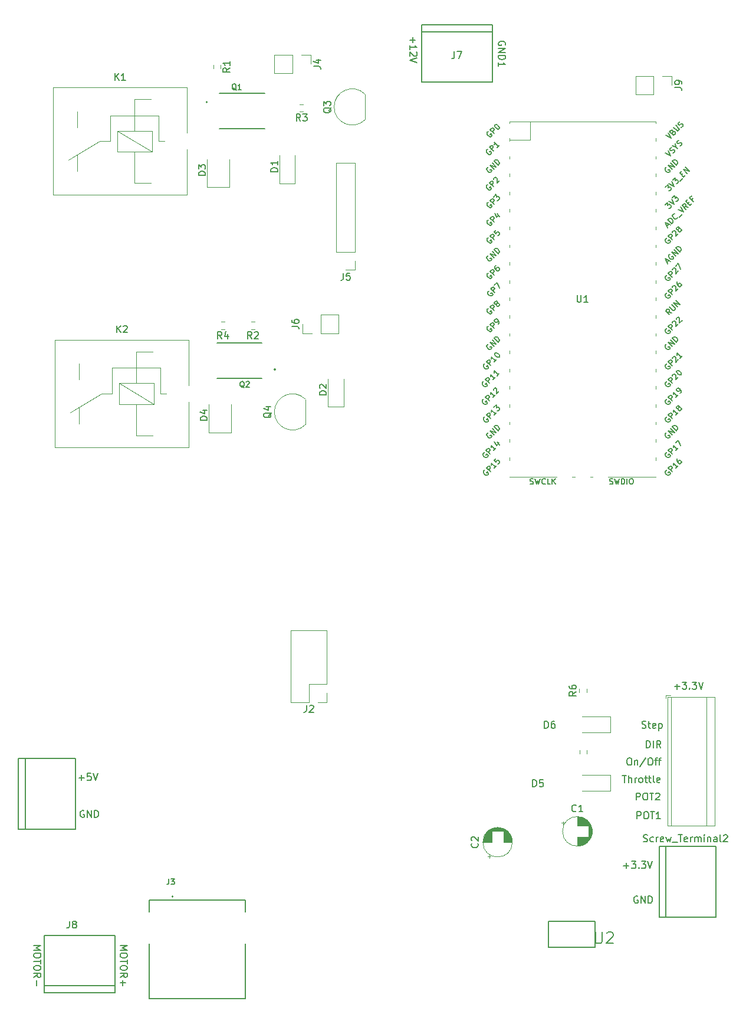
<source format=gbr>
%TF.GenerationSoftware,KiCad,Pcbnew,(5.1.10-1-10_14)*%
%TF.CreationDate,2021-10-16T18:52:24-04:00*%
%TF.ProjectId,CC_PCB_V1,43435f50-4342-45f5-9631-2e6b69636164,10/13/2021*%
%TF.SameCoordinates,Original*%
%TF.FileFunction,Legend,Top*%
%TF.FilePolarity,Positive*%
%FSLAX46Y46*%
G04 Gerber Fmt 4.6, Leading zero omitted, Abs format (unit mm)*
G04 Created by KiCad (PCBNEW (5.1.10-1-10_14)) date 2021-10-16 18:52:24*
%MOMM*%
%LPD*%
G01*
G04 APERTURE LIST*
%ADD10C,0.150000*%
%ADD11C,0.120000*%
%ADD12C,0.200000*%
%ADD13C,0.127000*%
%ADD14C,0.152400*%
G04 APERTURE END LIST*
D10*
X112628571Y-21938095D02*
X112628571Y-22700000D01*
X112247619Y-22319047D02*
X113009523Y-22319047D01*
X112247619Y-23700000D02*
X112247619Y-23128571D01*
X112247619Y-23414285D02*
X113247619Y-23414285D01*
X113104761Y-23319047D01*
X113009523Y-23223809D01*
X112961904Y-23128571D01*
X113152380Y-24080952D02*
X113200000Y-24128571D01*
X113247619Y-24223809D01*
X113247619Y-24461904D01*
X113200000Y-24557142D01*
X113152380Y-24604761D01*
X113057142Y-24652380D01*
X112961904Y-24652380D01*
X112819047Y-24604761D01*
X112247619Y-24033333D01*
X112247619Y-24652380D01*
X113247619Y-24938095D02*
X112247619Y-25271428D01*
X113247619Y-25604761D01*
X125900000Y-23061904D02*
X125947619Y-22966666D01*
X125947619Y-22823809D01*
X125900000Y-22680952D01*
X125804761Y-22585714D01*
X125709523Y-22538095D01*
X125519047Y-22490476D01*
X125376190Y-22490476D01*
X125185714Y-22538095D01*
X125090476Y-22585714D01*
X124995238Y-22680952D01*
X124947619Y-22823809D01*
X124947619Y-22919047D01*
X124995238Y-23061904D01*
X125042857Y-23109523D01*
X125376190Y-23109523D01*
X125376190Y-22919047D01*
X124947619Y-23538095D02*
X125947619Y-23538095D01*
X124947619Y-24109523D01*
X125947619Y-24109523D01*
X124947619Y-24585714D02*
X125947619Y-24585714D01*
X125947619Y-24823809D01*
X125900000Y-24966666D01*
X125804761Y-25061904D01*
X125709523Y-25109523D01*
X125519047Y-25157142D01*
X125376190Y-25157142D01*
X125185714Y-25109523D01*
X125090476Y-25061904D01*
X124995238Y-24966666D01*
X124947619Y-24823809D01*
X124947619Y-24585714D01*
X124947619Y-26109523D02*
X124947619Y-25538095D01*
X124947619Y-25823809D02*
X125947619Y-25823809D01*
X125804761Y-25728571D01*
X125709523Y-25633333D01*
X125661904Y-25538095D01*
X58247619Y-152219047D02*
X59247619Y-152219047D01*
X58533333Y-152552380D01*
X59247619Y-152885714D01*
X58247619Y-152885714D01*
X59247619Y-153552380D02*
X59247619Y-153742857D01*
X59200000Y-153838095D01*
X59104761Y-153933333D01*
X58914285Y-153980952D01*
X58580952Y-153980952D01*
X58390476Y-153933333D01*
X58295238Y-153838095D01*
X58247619Y-153742857D01*
X58247619Y-153552380D01*
X58295238Y-153457142D01*
X58390476Y-153361904D01*
X58580952Y-153314285D01*
X58914285Y-153314285D01*
X59104761Y-153361904D01*
X59200000Y-153457142D01*
X59247619Y-153552380D01*
X59247619Y-154266666D02*
X59247619Y-154838095D01*
X58247619Y-154552380D02*
X59247619Y-154552380D01*
X59247619Y-155361904D02*
X59247619Y-155552380D01*
X59200000Y-155647619D01*
X59104761Y-155742857D01*
X58914285Y-155790476D01*
X58580952Y-155790476D01*
X58390476Y-155742857D01*
X58295238Y-155647619D01*
X58247619Y-155552380D01*
X58247619Y-155361904D01*
X58295238Y-155266666D01*
X58390476Y-155171428D01*
X58580952Y-155123809D01*
X58914285Y-155123809D01*
X59104761Y-155171428D01*
X59200000Y-155266666D01*
X59247619Y-155361904D01*
X58247619Y-156790476D02*
X58723809Y-156457142D01*
X58247619Y-156219047D02*
X59247619Y-156219047D01*
X59247619Y-156600000D01*
X59200000Y-156695238D01*
X59152380Y-156742857D01*
X59057142Y-156790476D01*
X58914285Y-156790476D01*
X58819047Y-156742857D01*
X58771428Y-156695238D01*
X58723809Y-156600000D01*
X58723809Y-156219047D01*
X58628571Y-157219047D02*
X58628571Y-157980952D01*
X70647619Y-152219047D02*
X71647619Y-152219047D01*
X70933333Y-152552380D01*
X71647619Y-152885714D01*
X70647619Y-152885714D01*
X71647619Y-153552380D02*
X71647619Y-153742857D01*
X71600000Y-153838095D01*
X71504761Y-153933333D01*
X71314285Y-153980952D01*
X70980952Y-153980952D01*
X70790476Y-153933333D01*
X70695238Y-153838095D01*
X70647619Y-153742857D01*
X70647619Y-153552380D01*
X70695238Y-153457142D01*
X70790476Y-153361904D01*
X70980952Y-153314285D01*
X71314285Y-153314285D01*
X71504761Y-153361904D01*
X71600000Y-153457142D01*
X71647619Y-153552380D01*
X71647619Y-154266666D02*
X71647619Y-154838095D01*
X70647619Y-154552380D02*
X71647619Y-154552380D01*
X71647619Y-155361904D02*
X71647619Y-155552380D01*
X71600000Y-155647619D01*
X71504761Y-155742857D01*
X71314285Y-155790476D01*
X70980952Y-155790476D01*
X70790476Y-155742857D01*
X70695238Y-155647619D01*
X70647619Y-155552380D01*
X70647619Y-155361904D01*
X70695238Y-155266666D01*
X70790476Y-155171428D01*
X70980952Y-155123809D01*
X71314285Y-155123809D01*
X71504761Y-155171428D01*
X71600000Y-155266666D01*
X71647619Y-155361904D01*
X70647619Y-156790476D02*
X71123809Y-156457142D01*
X70647619Y-156219047D02*
X71647619Y-156219047D01*
X71647619Y-156600000D01*
X71600000Y-156695238D01*
X71552380Y-156742857D01*
X71457142Y-156790476D01*
X71314285Y-156790476D01*
X71219047Y-156742857D01*
X71171428Y-156695238D01*
X71123809Y-156600000D01*
X71123809Y-156219047D01*
X71028571Y-157219047D02*
X71028571Y-157980952D01*
X70647619Y-157600000D02*
X71409523Y-157600000D01*
X144938095Y-145200000D02*
X144842857Y-145152380D01*
X144700000Y-145152380D01*
X144557142Y-145200000D01*
X144461904Y-145295238D01*
X144414285Y-145390476D01*
X144366666Y-145580952D01*
X144366666Y-145723809D01*
X144414285Y-145914285D01*
X144461904Y-146009523D01*
X144557142Y-146104761D01*
X144700000Y-146152380D01*
X144795238Y-146152380D01*
X144938095Y-146104761D01*
X144985714Y-146057142D01*
X144985714Y-145723809D01*
X144795238Y-145723809D01*
X145414285Y-146152380D02*
X145414285Y-145152380D01*
X145985714Y-146152380D01*
X145985714Y-145152380D01*
X146461904Y-146152380D02*
X146461904Y-145152380D01*
X146700000Y-145152380D01*
X146842857Y-145200000D01*
X146938095Y-145295238D01*
X146985714Y-145390476D01*
X147033333Y-145580952D01*
X147033333Y-145723809D01*
X146985714Y-145914285D01*
X146938095Y-146009523D01*
X146842857Y-146104761D01*
X146700000Y-146152380D01*
X146461904Y-146152380D01*
X142900000Y-140771428D02*
X143661904Y-140771428D01*
X143280952Y-141152380D02*
X143280952Y-140390476D01*
X144042857Y-140152380D02*
X144661904Y-140152380D01*
X144328571Y-140533333D01*
X144471428Y-140533333D01*
X144566666Y-140580952D01*
X144614285Y-140628571D01*
X144661904Y-140723809D01*
X144661904Y-140961904D01*
X144614285Y-141057142D01*
X144566666Y-141104761D01*
X144471428Y-141152380D01*
X144185714Y-141152380D01*
X144090476Y-141104761D01*
X144042857Y-141057142D01*
X145090476Y-141057142D02*
X145138095Y-141104761D01*
X145090476Y-141152380D01*
X145042857Y-141104761D01*
X145090476Y-141057142D01*
X145090476Y-141152380D01*
X145471428Y-140152380D02*
X146090476Y-140152380D01*
X145757142Y-140533333D01*
X145900000Y-140533333D01*
X145995238Y-140580952D01*
X146042857Y-140628571D01*
X146090476Y-140723809D01*
X146090476Y-140961904D01*
X146042857Y-141057142D01*
X145995238Y-141104761D01*
X145900000Y-141152380D01*
X145614285Y-141152380D01*
X145519047Y-141104761D01*
X145471428Y-141057142D01*
X146376190Y-140152380D02*
X146709523Y-141152380D01*
X147042857Y-140152380D01*
X64714285Y-128171428D02*
X65476190Y-128171428D01*
X65095238Y-128552380D02*
X65095238Y-127790476D01*
X66428571Y-127552380D02*
X65952380Y-127552380D01*
X65904761Y-128028571D01*
X65952380Y-127980952D01*
X66047619Y-127933333D01*
X66285714Y-127933333D01*
X66380952Y-127980952D01*
X66428571Y-128028571D01*
X66476190Y-128123809D01*
X66476190Y-128361904D01*
X66428571Y-128457142D01*
X66380952Y-128504761D01*
X66285714Y-128552380D01*
X66047619Y-128552380D01*
X65952380Y-128504761D01*
X65904761Y-128457142D01*
X66761904Y-127552380D02*
X67095238Y-128552380D01*
X67428571Y-127552380D01*
X65438095Y-132900000D02*
X65342857Y-132852380D01*
X65200000Y-132852380D01*
X65057142Y-132900000D01*
X64961904Y-132995238D01*
X64914285Y-133090476D01*
X64866666Y-133280952D01*
X64866666Y-133423809D01*
X64914285Y-133614285D01*
X64961904Y-133709523D01*
X65057142Y-133804761D01*
X65200000Y-133852380D01*
X65295238Y-133852380D01*
X65438095Y-133804761D01*
X65485714Y-133757142D01*
X65485714Y-133423809D01*
X65295238Y-133423809D01*
X65914285Y-133852380D02*
X65914285Y-132852380D01*
X66485714Y-133852380D01*
X66485714Y-132852380D01*
X66961904Y-133852380D02*
X66961904Y-132852380D01*
X67200000Y-132852380D01*
X67342857Y-132900000D01*
X67438095Y-132995238D01*
X67485714Y-133090476D01*
X67533333Y-133280952D01*
X67533333Y-133423809D01*
X67485714Y-133614285D01*
X67438095Y-133709523D01*
X67342857Y-133804761D01*
X67200000Y-133852380D01*
X66961904Y-133852380D01*
X144857142Y-134052380D02*
X144857142Y-133052380D01*
X145238095Y-133052380D01*
X145333333Y-133100000D01*
X145380952Y-133147619D01*
X145428571Y-133242857D01*
X145428571Y-133385714D01*
X145380952Y-133480952D01*
X145333333Y-133528571D01*
X145238095Y-133576190D01*
X144857142Y-133576190D01*
X146047619Y-133052380D02*
X146238095Y-133052380D01*
X146333333Y-133100000D01*
X146428571Y-133195238D01*
X146476190Y-133385714D01*
X146476190Y-133719047D01*
X146428571Y-133909523D01*
X146333333Y-134004761D01*
X146238095Y-134052380D01*
X146047619Y-134052380D01*
X145952380Y-134004761D01*
X145857142Y-133909523D01*
X145809523Y-133719047D01*
X145809523Y-133385714D01*
X145857142Y-133195238D01*
X145952380Y-133100000D01*
X146047619Y-133052380D01*
X146761904Y-133052380D02*
X147333333Y-133052380D01*
X147047619Y-134052380D02*
X147047619Y-133052380D01*
X148190476Y-134052380D02*
X147619047Y-134052380D01*
X147904761Y-134052380D02*
X147904761Y-133052380D01*
X147809523Y-133195238D01*
X147714285Y-133290476D01*
X147619047Y-133338095D01*
X144757142Y-131352380D02*
X144757142Y-130352380D01*
X145138095Y-130352380D01*
X145233333Y-130400000D01*
X145280952Y-130447619D01*
X145328571Y-130542857D01*
X145328571Y-130685714D01*
X145280952Y-130780952D01*
X145233333Y-130828571D01*
X145138095Y-130876190D01*
X144757142Y-130876190D01*
X145947619Y-130352380D02*
X146138095Y-130352380D01*
X146233333Y-130400000D01*
X146328571Y-130495238D01*
X146376190Y-130685714D01*
X146376190Y-131019047D01*
X146328571Y-131209523D01*
X146233333Y-131304761D01*
X146138095Y-131352380D01*
X145947619Y-131352380D01*
X145852380Y-131304761D01*
X145757142Y-131209523D01*
X145709523Y-131019047D01*
X145709523Y-130685714D01*
X145757142Y-130495238D01*
X145852380Y-130400000D01*
X145947619Y-130352380D01*
X146661904Y-130352380D02*
X147233333Y-130352380D01*
X146947619Y-131352380D02*
X146947619Y-130352380D01*
X147519047Y-130447619D02*
X147566666Y-130400000D01*
X147661904Y-130352380D01*
X147900000Y-130352380D01*
X147995238Y-130400000D01*
X148042857Y-130447619D01*
X148090476Y-130542857D01*
X148090476Y-130638095D01*
X148042857Y-130780952D01*
X147471428Y-131352380D01*
X148090476Y-131352380D01*
X142738095Y-127852380D02*
X143309523Y-127852380D01*
X143023809Y-128852380D02*
X143023809Y-127852380D01*
X143642857Y-128852380D02*
X143642857Y-127852380D01*
X144071428Y-128852380D02*
X144071428Y-128328571D01*
X144023809Y-128233333D01*
X143928571Y-128185714D01*
X143785714Y-128185714D01*
X143690476Y-128233333D01*
X143642857Y-128280952D01*
X144547619Y-128852380D02*
X144547619Y-128185714D01*
X144547619Y-128376190D02*
X144595238Y-128280952D01*
X144642857Y-128233333D01*
X144738095Y-128185714D01*
X144833333Y-128185714D01*
X145309523Y-128852380D02*
X145214285Y-128804761D01*
X145166666Y-128757142D01*
X145119047Y-128661904D01*
X145119047Y-128376190D01*
X145166666Y-128280952D01*
X145214285Y-128233333D01*
X145309523Y-128185714D01*
X145452380Y-128185714D01*
X145547619Y-128233333D01*
X145595238Y-128280952D01*
X145642857Y-128376190D01*
X145642857Y-128661904D01*
X145595238Y-128757142D01*
X145547619Y-128804761D01*
X145452380Y-128852380D01*
X145309523Y-128852380D01*
X145928571Y-128185714D02*
X146309523Y-128185714D01*
X146071428Y-127852380D02*
X146071428Y-128709523D01*
X146119047Y-128804761D01*
X146214285Y-128852380D01*
X146309523Y-128852380D01*
X146500000Y-128185714D02*
X146880952Y-128185714D01*
X146642857Y-127852380D02*
X146642857Y-128709523D01*
X146690476Y-128804761D01*
X146785714Y-128852380D01*
X146880952Y-128852380D01*
X147357142Y-128852380D02*
X147261904Y-128804761D01*
X147214285Y-128709523D01*
X147214285Y-127852380D01*
X148119047Y-128804761D02*
X148023809Y-128852380D01*
X147833333Y-128852380D01*
X147738095Y-128804761D01*
X147690476Y-128709523D01*
X147690476Y-128328571D01*
X147738095Y-128233333D01*
X147833333Y-128185714D01*
X148023809Y-128185714D01*
X148119047Y-128233333D01*
X148166666Y-128328571D01*
X148166666Y-128423809D01*
X147690476Y-128519047D01*
X143652380Y-125352380D02*
X143842857Y-125352380D01*
X143938095Y-125400000D01*
X144033333Y-125495238D01*
X144080952Y-125685714D01*
X144080952Y-126019047D01*
X144033333Y-126209523D01*
X143938095Y-126304761D01*
X143842857Y-126352380D01*
X143652380Y-126352380D01*
X143557142Y-126304761D01*
X143461904Y-126209523D01*
X143414285Y-126019047D01*
X143414285Y-125685714D01*
X143461904Y-125495238D01*
X143557142Y-125400000D01*
X143652380Y-125352380D01*
X144509523Y-125685714D02*
X144509523Y-126352380D01*
X144509523Y-125780952D02*
X144557142Y-125733333D01*
X144652380Y-125685714D01*
X144795238Y-125685714D01*
X144890476Y-125733333D01*
X144938095Y-125828571D01*
X144938095Y-126352380D01*
X146128571Y-125304761D02*
X145271428Y-126590476D01*
X146652380Y-125352380D02*
X146842857Y-125352380D01*
X146938095Y-125400000D01*
X147033333Y-125495238D01*
X147080952Y-125685714D01*
X147080952Y-126019047D01*
X147033333Y-126209523D01*
X146938095Y-126304761D01*
X146842857Y-126352380D01*
X146652380Y-126352380D01*
X146557142Y-126304761D01*
X146461904Y-126209523D01*
X146414285Y-126019047D01*
X146414285Y-125685714D01*
X146461904Y-125495238D01*
X146557142Y-125400000D01*
X146652380Y-125352380D01*
X147366666Y-125685714D02*
X147747619Y-125685714D01*
X147509523Y-126352380D02*
X147509523Y-125495238D01*
X147557142Y-125400000D01*
X147652380Y-125352380D01*
X147747619Y-125352380D01*
X147938095Y-125685714D02*
X148319047Y-125685714D01*
X148080952Y-126352380D02*
X148080952Y-125495238D01*
X148128571Y-125400000D01*
X148223809Y-125352380D01*
X148319047Y-125352380D01*
X146200000Y-123852380D02*
X146200000Y-122852380D01*
X146438095Y-122852380D01*
X146580952Y-122900000D01*
X146676190Y-122995238D01*
X146723809Y-123090476D01*
X146771428Y-123280952D01*
X146771428Y-123423809D01*
X146723809Y-123614285D01*
X146676190Y-123709523D01*
X146580952Y-123804761D01*
X146438095Y-123852380D01*
X146200000Y-123852380D01*
X147200000Y-123852380D02*
X147200000Y-122852380D01*
X148247619Y-123852380D02*
X147914285Y-123376190D01*
X147676190Y-123852380D02*
X147676190Y-122852380D01*
X148057142Y-122852380D01*
X148152380Y-122900000D01*
X148200000Y-122947619D01*
X148247619Y-123042857D01*
X148247619Y-123185714D01*
X148200000Y-123280952D01*
X148152380Y-123328571D01*
X148057142Y-123376190D01*
X147676190Y-123376190D01*
X145547619Y-121004761D02*
X145690476Y-121052380D01*
X145928571Y-121052380D01*
X146023809Y-121004761D01*
X146071428Y-120957142D01*
X146119047Y-120861904D01*
X146119047Y-120766666D01*
X146071428Y-120671428D01*
X146023809Y-120623809D01*
X145928571Y-120576190D01*
X145738095Y-120528571D01*
X145642857Y-120480952D01*
X145595238Y-120433333D01*
X145547619Y-120338095D01*
X145547619Y-120242857D01*
X145595238Y-120147619D01*
X145642857Y-120100000D01*
X145738095Y-120052380D01*
X145976190Y-120052380D01*
X146119047Y-120100000D01*
X146404761Y-120385714D02*
X146785714Y-120385714D01*
X146547619Y-120052380D02*
X146547619Y-120909523D01*
X146595238Y-121004761D01*
X146690476Y-121052380D01*
X146785714Y-121052380D01*
X147500000Y-121004761D02*
X147404761Y-121052380D01*
X147214285Y-121052380D01*
X147119047Y-121004761D01*
X147071428Y-120909523D01*
X147071428Y-120528571D01*
X147119047Y-120433333D01*
X147214285Y-120385714D01*
X147404761Y-120385714D01*
X147500000Y-120433333D01*
X147547619Y-120528571D01*
X147547619Y-120623809D01*
X147071428Y-120719047D01*
X147976190Y-120385714D02*
X147976190Y-121385714D01*
X147976190Y-120433333D02*
X148071428Y-120385714D01*
X148261904Y-120385714D01*
X148357142Y-120433333D01*
X148404761Y-120480952D01*
X148452380Y-120576190D01*
X148452380Y-120861904D01*
X148404761Y-120957142D01*
X148357142Y-121004761D01*
X148261904Y-121052380D01*
X148071428Y-121052380D01*
X147976190Y-121004761D01*
X150200000Y-115071428D02*
X150961904Y-115071428D01*
X150580952Y-115452380D02*
X150580952Y-114690476D01*
X151342857Y-114452380D02*
X151961904Y-114452380D01*
X151628571Y-114833333D01*
X151771428Y-114833333D01*
X151866666Y-114880952D01*
X151914285Y-114928571D01*
X151961904Y-115023809D01*
X151961904Y-115261904D01*
X151914285Y-115357142D01*
X151866666Y-115404761D01*
X151771428Y-115452380D01*
X151485714Y-115452380D01*
X151390476Y-115404761D01*
X151342857Y-115357142D01*
X152390476Y-115357142D02*
X152438095Y-115404761D01*
X152390476Y-115452380D01*
X152342857Y-115404761D01*
X152390476Y-115357142D01*
X152390476Y-115452380D01*
X152771428Y-114452380D02*
X153390476Y-114452380D01*
X153057142Y-114833333D01*
X153200000Y-114833333D01*
X153295238Y-114880952D01*
X153342857Y-114928571D01*
X153390476Y-115023809D01*
X153390476Y-115261904D01*
X153342857Y-115357142D01*
X153295238Y-115404761D01*
X153200000Y-115452380D01*
X152914285Y-115452380D01*
X152819047Y-115404761D01*
X152771428Y-115357142D01*
X153676190Y-114452380D02*
X154009523Y-115452380D01*
X154342857Y-114452380D01*
D11*
%TO.C,R6*%
X137606300Y-115900924D02*
X137606300Y-115391476D01*
X136561300Y-115900924D02*
X136561300Y-115391476D01*
%TO.C,R5*%
X137631700Y-124687424D02*
X137631700Y-124177976D01*
X136586700Y-124687424D02*
X136586700Y-124177976D01*
%TO.C,D6*%
X141031300Y-119362600D02*
X136971300Y-119362600D01*
X141031300Y-121632600D02*
X141031300Y-119362600D01*
X136971300Y-121632600D02*
X141031300Y-121632600D01*
%TO.C,D5*%
X141042400Y-127770000D02*
X136982400Y-127770000D01*
X141042400Y-130040000D02*
X141042400Y-127770000D01*
X136982400Y-130040000D02*
X141042400Y-130040000D01*
D12*
%TO.C,J3*%
X78237200Y-145218700D02*
G75*
G03*
X78237200Y-145218700I-100000J0D01*
G01*
X88637200Y-145738700D02*
X74837200Y-145738700D01*
X74837200Y-159898700D02*
X88637200Y-159898700D01*
X74837200Y-145738700D02*
X74837200Y-147398700D01*
X74837200Y-151988700D02*
X74837200Y-159898700D01*
X88637200Y-145738700D02*
X88637200Y-147398700D01*
X88637200Y-151988700D02*
X88637200Y-159898700D01*
D11*
%TO.C,C2*%
X126948300Y-137413300D02*
G75*
G03*
X126948300Y-137413300I-2120000J0D01*
G01*
X125668300Y-137413300D02*
X126908300Y-137413300D01*
X122748300Y-137413300D02*
X123988300Y-137413300D01*
X125668300Y-137373300D02*
X126908300Y-137373300D01*
X122748300Y-137373300D02*
X123988300Y-137373300D01*
X125668300Y-137333300D02*
X126907300Y-137333300D01*
X122749300Y-137333300D02*
X123988300Y-137333300D01*
X122751300Y-137293300D02*
X123988300Y-137293300D01*
X125668300Y-137293300D02*
X126905300Y-137293300D01*
X122754300Y-137253300D02*
X123988300Y-137253300D01*
X125668300Y-137253300D02*
X126902300Y-137253300D01*
X122757300Y-137213300D02*
X123988300Y-137213300D01*
X125668300Y-137213300D02*
X126899300Y-137213300D01*
X122761300Y-137173300D02*
X123988300Y-137173300D01*
X125668300Y-137173300D02*
X126895300Y-137173300D01*
X122766300Y-137133300D02*
X123988300Y-137133300D01*
X125668300Y-137133300D02*
X126890300Y-137133300D01*
X122772300Y-137093300D02*
X123988300Y-137093300D01*
X125668300Y-137093300D02*
X126884300Y-137093300D01*
X122778300Y-137053300D02*
X123988300Y-137053300D01*
X125668300Y-137053300D02*
X126878300Y-137053300D01*
X122786300Y-137013300D02*
X123988300Y-137013300D01*
X125668300Y-137013300D02*
X126870300Y-137013300D01*
X122794300Y-136973300D02*
X123988300Y-136973300D01*
X125668300Y-136973300D02*
X126862300Y-136973300D01*
X122803300Y-136933300D02*
X123988300Y-136933300D01*
X125668300Y-136933300D02*
X126853300Y-136933300D01*
X122812300Y-136893300D02*
X123988300Y-136893300D01*
X125668300Y-136893300D02*
X126844300Y-136893300D01*
X122823300Y-136853300D02*
X123988300Y-136853300D01*
X125668300Y-136853300D02*
X126833300Y-136853300D01*
X122834300Y-136813300D02*
X123988300Y-136813300D01*
X125668300Y-136813300D02*
X126822300Y-136813300D01*
X122846300Y-136773300D02*
X123988300Y-136773300D01*
X125668300Y-136773300D02*
X126810300Y-136773300D01*
X122860300Y-136733300D02*
X123988300Y-136733300D01*
X125668300Y-136733300D02*
X126796300Y-136733300D01*
X122874300Y-136692300D02*
X123988300Y-136692300D01*
X125668300Y-136692300D02*
X126782300Y-136692300D01*
X122888300Y-136652300D02*
X123988300Y-136652300D01*
X125668300Y-136652300D02*
X126768300Y-136652300D01*
X122904300Y-136612300D02*
X123988300Y-136612300D01*
X125668300Y-136612300D02*
X126752300Y-136612300D01*
X122921300Y-136572300D02*
X123988300Y-136572300D01*
X125668300Y-136572300D02*
X126735300Y-136572300D01*
X122939300Y-136532300D02*
X123988300Y-136532300D01*
X125668300Y-136532300D02*
X126717300Y-136532300D01*
X122958300Y-136492300D02*
X123988300Y-136492300D01*
X125668300Y-136492300D02*
X126698300Y-136492300D01*
X122977300Y-136452300D02*
X123988300Y-136452300D01*
X125668300Y-136452300D02*
X126679300Y-136452300D01*
X122998300Y-136412300D02*
X123988300Y-136412300D01*
X125668300Y-136412300D02*
X126658300Y-136412300D01*
X123020300Y-136372300D02*
X123988300Y-136372300D01*
X125668300Y-136372300D02*
X126636300Y-136372300D01*
X123043300Y-136332300D02*
X123988300Y-136332300D01*
X125668300Y-136332300D02*
X126613300Y-136332300D01*
X123068300Y-136292300D02*
X123988300Y-136292300D01*
X125668300Y-136292300D02*
X126588300Y-136292300D01*
X123093300Y-136252300D02*
X123988300Y-136252300D01*
X125668300Y-136252300D02*
X126563300Y-136252300D01*
X123120300Y-136212300D02*
X123988300Y-136212300D01*
X125668300Y-136212300D02*
X126536300Y-136212300D01*
X123148300Y-136172300D02*
X123988300Y-136172300D01*
X125668300Y-136172300D02*
X126508300Y-136172300D01*
X123178300Y-136132300D02*
X123988300Y-136132300D01*
X125668300Y-136132300D02*
X126478300Y-136132300D01*
X123209300Y-136092300D02*
X123988300Y-136092300D01*
X125668300Y-136092300D02*
X126447300Y-136092300D01*
X123241300Y-136052300D02*
X123988300Y-136052300D01*
X125668300Y-136052300D02*
X126415300Y-136052300D01*
X123276300Y-136012300D02*
X123988300Y-136012300D01*
X125668300Y-136012300D02*
X126380300Y-136012300D01*
X123312300Y-135972300D02*
X123988300Y-135972300D01*
X125668300Y-135972300D02*
X126344300Y-135972300D01*
X123350300Y-135932300D02*
X123988300Y-135932300D01*
X125668300Y-135932300D02*
X126306300Y-135932300D01*
X123390300Y-135892300D02*
X123988300Y-135892300D01*
X125668300Y-135892300D02*
X126266300Y-135892300D01*
X123432300Y-135852300D02*
X123988300Y-135852300D01*
X125668300Y-135852300D02*
X126224300Y-135852300D01*
X123477300Y-135812300D02*
X126179300Y-135812300D01*
X123524300Y-135772300D02*
X126132300Y-135772300D01*
X123574300Y-135732300D02*
X126082300Y-135732300D01*
X123628300Y-135692300D02*
X126028300Y-135692300D01*
X123686300Y-135652300D02*
X125970300Y-135652300D01*
X123748300Y-135612300D02*
X125908300Y-135612300D01*
X123815300Y-135572300D02*
X125841300Y-135572300D01*
X123888300Y-135532300D02*
X125768300Y-135532300D01*
X123969300Y-135492300D02*
X125687300Y-135492300D01*
X124060300Y-135452300D02*
X125596300Y-135452300D01*
X124164300Y-135412300D02*
X125492300Y-135412300D01*
X124291300Y-135372300D02*
X125365300Y-135372300D01*
X124458300Y-135332300D02*
X125198300Y-135332300D01*
X123633300Y-139683101D02*
X123633300Y-139283101D01*
X123433300Y-139483101D02*
X123833300Y-139483101D01*
%TO.C,C1*%
X138391700Y-135851900D02*
G75*
G03*
X138391700Y-135851900I-2120000J0D01*
G01*
X136271700Y-136691900D02*
X136271700Y-137931900D01*
X136271700Y-133771900D02*
X136271700Y-135011900D01*
X136311700Y-136691900D02*
X136311700Y-137931900D01*
X136311700Y-133771900D02*
X136311700Y-135011900D01*
X136351700Y-136691900D02*
X136351700Y-137930900D01*
X136351700Y-133772900D02*
X136351700Y-135011900D01*
X136391700Y-133774900D02*
X136391700Y-135011900D01*
X136391700Y-136691900D02*
X136391700Y-137928900D01*
X136431700Y-133777900D02*
X136431700Y-135011900D01*
X136431700Y-136691900D02*
X136431700Y-137925900D01*
X136471700Y-133780900D02*
X136471700Y-135011900D01*
X136471700Y-136691900D02*
X136471700Y-137922900D01*
X136511700Y-133784900D02*
X136511700Y-135011900D01*
X136511700Y-136691900D02*
X136511700Y-137918900D01*
X136551700Y-133789900D02*
X136551700Y-135011900D01*
X136551700Y-136691900D02*
X136551700Y-137913900D01*
X136591700Y-133795900D02*
X136591700Y-135011900D01*
X136591700Y-136691900D02*
X136591700Y-137907900D01*
X136631700Y-133801900D02*
X136631700Y-135011900D01*
X136631700Y-136691900D02*
X136631700Y-137901900D01*
X136671700Y-133809900D02*
X136671700Y-135011900D01*
X136671700Y-136691900D02*
X136671700Y-137893900D01*
X136711700Y-133817900D02*
X136711700Y-135011900D01*
X136711700Y-136691900D02*
X136711700Y-137885900D01*
X136751700Y-133826900D02*
X136751700Y-135011900D01*
X136751700Y-136691900D02*
X136751700Y-137876900D01*
X136791700Y-133835900D02*
X136791700Y-135011900D01*
X136791700Y-136691900D02*
X136791700Y-137867900D01*
X136831700Y-133846900D02*
X136831700Y-135011900D01*
X136831700Y-136691900D02*
X136831700Y-137856900D01*
X136871700Y-133857900D02*
X136871700Y-135011900D01*
X136871700Y-136691900D02*
X136871700Y-137845900D01*
X136911700Y-133869900D02*
X136911700Y-135011900D01*
X136911700Y-136691900D02*
X136911700Y-137833900D01*
X136951700Y-133883900D02*
X136951700Y-135011900D01*
X136951700Y-136691900D02*
X136951700Y-137819900D01*
X136992700Y-133897900D02*
X136992700Y-135011900D01*
X136992700Y-136691900D02*
X136992700Y-137805900D01*
X137032700Y-133911900D02*
X137032700Y-135011900D01*
X137032700Y-136691900D02*
X137032700Y-137791900D01*
X137072700Y-133927900D02*
X137072700Y-135011900D01*
X137072700Y-136691900D02*
X137072700Y-137775900D01*
X137112700Y-133944900D02*
X137112700Y-135011900D01*
X137112700Y-136691900D02*
X137112700Y-137758900D01*
X137152700Y-133962900D02*
X137152700Y-135011900D01*
X137152700Y-136691900D02*
X137152700Y-137740900D01*
X137192700Y-133981900D02*
X137192700Y-135011900D01*
X137192700Y-136691900D02*
X137192700Y-137721900D01*
X137232700Y-134000900D02*
X137232700Y-135011900D01*
X137232700Y-136691900D02*
X137232700Y-137702900D01*
X137272700Y-134021900D02*
X137272700Y-135011900D01*
X137272700Y-136691900D02*
X137272700Y-137681900D01*
X137312700Y-134043900D02*
X137312700Y-135011900D01*
X137312700Y-136691900D02*
X137312700Y-137659900D01*
X137352700Y-134066900D02*
X137352700Y-135011900D01*
X137352700Y-136691900D02*
X137352700Y-137636900D01*
X137392700Y-134091900D02*
X137392700Y-135011900D01*
X137392700Y-136691900D02*
X137392700Y-137611900D01*
X137432700Y-134116900D02*
X137432700Y-135011900D01*
X137432700Y-136691900D02*
X137432700Y-137586900D01*
X137472700Y-134143900D02*
X137472700Y-135011900D01*
X137472700Y-136691900D02*
X137472700Y-137559900D01*
X137512700Y-134171900D02*
X137512700Y-135011900D01*
X137512700Y-136691900D02*
X137512700Y-137531900D01*
X137552700Y-134201900D02*
X137552700Y-135011900D01*
X137552700Y-136691900D02*
X137552700Y-137501900D01*
X137592700Y-134232900D02*
X137592700Y-135011900D01*
X137592700Y-136691900D02*
X137592700Y-137470900D01*
X137632700Y-134264900D02*
X137632700Y-135011900D01*
X137632700Y-136691900D02*
X137632700Y-137438900D01*
X137672700Y-134299900D02*
X137672700Y-135011900D01*
X137672700Y-136691900D02*
X137672700Y-137403900D01*
X137712700Y-134335900D02*
X137712700Y-135011900D01*
X137712700Y-136691900D02*
X137712700Y-137367900D01*
X137752700Y-134373900D02*
X137752700Y-135011900D01*
X137752700Y-136691900D02*
X137752700Y-137329900D01*
X137792700Y-134413900D02*
X137792700Y-135011900D01*
X137792700Y-136691900D02*
X137792700Y-137289900D01*
X137832700Y-134455900D02*
X137832700Y-135011900D01*
X137832700Y-136691900D02*
X137832700Y-137247900D01*
X137872700Y-134500900D02*
X137872700Y-137202900D01*
X137912700Y-134547900D02*
X137912700Y-137155900D01*
X137952700Y-134597900D02*
X137952700Y-137105900D01*
X137992700Y-134651900D02*
X137992700Y-137051900D01*
X138032700Y-134709900D02*
X138032700Y-136993900D01*
X138072700Y-134771900D02*
X138072700Y-136931900D01*
X138112700Y-134838900D02*
X138112700Y-136864900D01*
X138152700Y-134911900D02*
X138152700Y-136791900D01*
X138192700Y-134992900D02*
X138192700Y-136710900D01*
X138232700Y-135083900D02*
X138232700Y-136619900D01*
X138272700Y-135187900D02*
X138272700Y-136515900D01*
X138312700Y-135314900D02*
X138312700Y-136388900D01*
X138352700Y-135481900D02*
X138352700Y-136221900D01*
X134001899Y-134656900D02*
X134401899Y-134656900D01*
X134201899Y-134456900D02*
X134201899Y-134856900D01*
%TO.C,R4*%
X85654724Y-63822500D02*
X85145276Y-63822500D01*
X85654724Y-62777500D02*
X85145276Y-62777500D01*
%TO.C,R3*%
X96941724Y-32590000D02*
X96432276Y-32590000D01*
X96941724Y-31545000D02*
X96432276Y-31545000D01*
%TO.C,R2*%
X89954724Y-63822500D02*
X89445276Y-63822500D01*
X89954724Y-62777500D02*
X89445276Y-62777500D01*
%TO.C,R1*%
X85041000Y-25930776D02*
X85041000Y-26440224D01*
X83996000Y-25930776D02*
X83996000Y-26440224D01*
%TO.C,D4*%
X83378000Y-74563500D02*
X83378000Y-78623500D01*
X83378000Y-78623500D02*
X86548000Y-78623500D01*
X86548000Y-78623500D02*
X86548000Y-74563500D01*
%TO.C,D3*%
X83124000Y-39421000D02*
X83124000Y-43481000D01*
X83124000Y-43481000D02*
X86294000Y-43481000D01*
X86294000Y-43481000D02*
X86294000Y-39421000D01*
%TO.C,D2*%
X100465000Y-70917000D02*
X100465000Y-74977000D01*
X100465000Y-74977000D02*
X102735000Y-74977000D01*
X102735000Y-74977000D02*
X102735000Y-70917000D01*
%TO.C,D1*%
X93480000Y-38876500D02*
X93480000Y-42936500D01*
X93480000Y-42936500D02*
X95750000Y-42936500D01*
X95750000Y-42936500D02*
X95750000Y-38876500D01*
%TO.C,K2*%
X70470000Y-71556000D02*
X75470000Y-71556000D01*
X70470000Y-74556000D02*
X70470000Y-71556000D01*
X75470000Y-74556000D02*
X70470000Y-74556000D01*
X75470000Y-71556000D02*
X75470000Y-74556000D01*
X70470000Y-71556000D02*
X75470000Y-74556000D01*
X72970000Y-71556000D02*
X72970000Y-67056000D01*
X72970000Y-79056000D02*
X72970000Y-74556000D01*
X76370000Y-73056000D02*
X76370000Y-69356000D01*
X69470000Y-73056000D02*
X69470000Y-69356000D01*
X69470000Y-69356000D02*
X76370000Y-69356000D01*
X67970000Y-73056000D02*
X63470000Y-75756000D01*
X69470000Y-73056000D02*
X67970000Y-73056000D01*
X72970000Y-79056000D02*
X75270000Y-79056000D01*
X76370000Y-73056000D02*
X77270000Y-73056000D01*
X75270000Y-67056000D02*
X72970000Y-67056000D01*
X64770000Y-77356000D02*
X64770000Y-75056000D01*
X64770000Y-68756000D02*
X64770000Y-71056000D01*
X61270000Y-65356000D02*
X80470000Y-65356000D01*
X61270000Y-80756000D02*
X61270000Y-65356000D01*
X80470000Y-80756000D02*
X61270000Y-80756000D01*
X80470000Y-80756000D02*
X80470000Y-74256000D01*
X80470000Y-71856000D02*
X80470000Y-65356000D01*
%TO.C,K1*%
X70216000Y-35361000D02*
X75216000Y-35361000D01*
X70216000Y-38361000D02*
X70216000Y-35361000D01*
X75216000Y-38361000D02*
X70216000Y-38361000D01*
X75216000Y-35361000D02*
X75216000Y-38361000D01*
X70216000Y-35361000D02*
X75216000Y-38361000D01*
X72716000Y-35361000D02*
X72716000Y-30861000D01*
X72716000Y-42861000D02*
X72716000Y-38361000D01*
X76116000Y-36861000D02*
X76116000Y-33161000D01*
X69216000Y-36861000D02*
X69216000Y-33161000D01*
X69216000Y-33161000D02*
X76116000Y-33161000D01*
X67716000Y-36861000D02*
X63216000Y-39561000D01*
X69216000Y-36861000D02*
X67716000Y-36861000D01*
X72716000Y-42861000D02*
X75016000Y-42861000D01*
X76116000Y-36861000D02*
X77016000Y-36861000D01*
X75016000Y-30861000D02*
X72716000Y-30861000D01*
X64516000Y-41161000D02*
X64516000Y-38861000D01*
X64516000Y-32561000D02*
X64516000Y-34861000D01*
X61016000Y-29161000D02*
X80216000Y-29161000D01*
X61016000Y-44561000D02*
X61016000Y-29161000D01*
X80216000Y-44561000D02*
X61016000Y-44561000D01*
X80216000Y-44561000D02*
X80216000Y-38061000D01*
X80216000Y-35661000D02*
X80216000Y-29161000D01*
%TO.C,Q4*%
X97227000Y-77492000D02*
X97227000Y-73892000D01*
X97215478Y-73853522D02*
G75*
G03*
X92777000Y-75692000I-1838478J-1838478D01*
G01*
X97215478Y-77530478D02*
G75*
G02*
X92777000Y-75692000I-1838478J1838478D01*
G01*
%TO.C,Q3*%
X105799500Y-33740500D02*
X105799500Y-30140500D01*
X105787978Y-30102022D02*
G75*
G03*
X101349500Y-31940500I-1838478J-1838478D01*
G01*
X105787978Y-33778978D02*
G75*
G02*
X101349500Y-31940500I-1838478J1838478D01*
G01*
D13*
%TO.C,Q2*%
X84507000Y-70866000D02*
X91007000Y-70866000D01*
X84507000Y-65786000D02*
X91007000Y-65786000D01*
D12*
X92937000Y-69596000D02*
G75*
G03*
X92937000Y-69596000I-100000J0D01*
G01*
D13*
%TO.C,Q1*%
X91388000Y-29972000D02*
X84888000Y-29972000D01*
X91388000Y-35052000D02*
X84888000Y-35052000D01*
D12*
X83158000Y-31242000D02*
G75*
G03*
X83158000Y-31242000I-100000J0D01*
G01*
D11*
%TO.C,J9*%
X144618400Y-27486300D02*
X144618400Y-30146300D01*
X147218400Y-27486300D02*
X144618400Y-27486300D01*
X147218400Y-30146300D02*
X144618400Y-30146300D01*
X147218400Y-27486300D02*
X147218400Y-30146300D01*
X148488400Y-27486300D02*
X149818400Y-27486300D01*
X149818400Y-27486300D02*
X149818400Y-28816300D01*
D13*
%TO.C,J8*%
X59740800Y-150789200D02*
X69900800Y-150789200D01*
X69900800Y-150789200D02*
X69900800Y-157989200D01*
X69900800Y-157989200D02*
X69900800Y-158989200D01*
X69900800Y-158989200D02*
X59740800Y-158989200D01*
X59740800Y-158989200D02*
X59740800Y-157989200D01*
X59740800Y-157989200D02*
X59740800Y-150789200D01*
X59740800Y-157989200D02*
X69900800Y-157989200D01*
%TO.C,J7*%
X124091700Y-28344300D02*
X113931700Y-28344300D01*
X113931700Y-28344300D02*
X113931700Y-21144300D01*
X113931700Y-21144300D02*
X113931700Y-20144300D01*
X113931700Y-20144300D02*
X124091700Y-20144300D01*
X124091700Y-20144300D02*
X124091700Y-21144300D01*
X124091700Y-21144300D02*
X124091700Y-28344300D01*
X124091700Y-21144300D02*
X113931700Y-21144300D01*
D11*
%TO.C,J6*%
X102015600Y-64410900D02*
X102015600Y-61750900D01*
X99415600Y-64410900D02*
X102015600Y-64410900D01*
X99415600Y-61750900D02*
X102015600Y-61750900D01*
X99415600Y-64410900D02*
X99415600Y-61750900D01*
X98145600Y-64410900D02*
X96815600Y-64410900D01*
X96815600Y-64410900D02*
X96815600Y-63080900D01*
%TO.C,J4*%
X92777000Y-24451000D02*
X92777000Y-27111000D01*
X95377000Y-24451000D02*
X92777000Y-24451000D01*
X95377000Y-27111000D02*
X92777000Y-27111000D01*
X95377000Y-24451000D02*
X95377000Y-27111000D01*
X96647000Y-24451000D02*
X97977000Y-24451000D01*
X97977000Y-24451000D02*
X97977000Y-25781000D01*
%TO.C,J5*%
X104330000Y-39970000D02*
X101670000Y-39970000D01*
X104330000Y-52730000D02*
X104330000Y-39970000D01*
X101670000Y-52730000D02*
X101670000Y-39970000D01*
X104330000Y-52730000D02*
X101670000Y-52730000D01*
X104330000Y-54000000D02*
X104330000Y-55330000D01*
X104330000Y-55330000D02*
X103000000Y-55330000D01*
%TO.C,J2*%
X100330000Y-107050000D02*
X95130000Y-107050000D01*
X100330000Y-114730000D02*
X100330000Y-107050000D01*
X95130000Y-117330000D02*
X95130000Y-107050000D01*
X100330000Y-114730000D02*
X97730000Y-114730000D01*
X97730000Y-114730000D02*
X97730000Y-117330000D01*
X97730000Y-117330000D02*
X95130000Y-117330000D01*
X100330000Y-116000000D02*
X100330000Y-117330000D01*
X100330000Y-117330000D02*
X99000000Y-117330000D01*
D13*
%TO.C,Screw_Terminal2*%
X156200000Y-138020000D02*
X156200000Y-148180000D01*
X156200000Y-148180000D02*
X149000000Y-148180000D01*
X149000000Y-148180000D02*
X148000000Y-148180000D01*
X148000000Y-148180000D02*
X148000000Y-138020000D01*
X148000000Y-138020000D02*
X149000000Y-138020000D01*
X149000000Y-138020000D02*
X156200000Y-138020000D01*
X149000000Y-138020000D02*
X149000000Y-148180000D01*
D14*
%TO.C,U2*%
X138811000Y-148780500D02*
X132105400Y-148780500D01*
X138811000Y-152488900D02*
X138811000Y-148780500D01*
X132105400Y-152488900D02*
X138811000Y-152488900D01*
X132105400Y-148780500D02*
X132105400Y-152488900D01*
D11*
%TO.C,U1*%
X138100000Y-85000000D02*
X138500000Y-85000000D01*
X135500000Y-85000000D02*
X135900000Y-85000000D01*
X147500000Y-85000000D02*
X140700000Y-85000000D01*
X147500000Y-74600000D02*
X147500000Y-75000000D01*
X147500000Y-66900000D02*
X147500000Y-67300000D01*
X147500000Y-41500000D02*
X147500000Y-41900000D01*
X147500000Y-34000000D02*
X147500000Y-34300000D01*
X147500000Y-56800000D02*
X147500000Y-57200000D01*
X147500000Y-72000000D02*
X147500000Y-72400000D01*
X147500000Y-51700000D02*
X147500000Y-52100000D01*
X147500000Y-46600000D02*
X147500000Y-47000000D01*
X147500000Y-59300000D02*
X147500000Y-59700000D01*
X147500000Y-64400000D02*
X147500000Y-64800000D01*
X147500000Y-79600000D02*
X147500000Y-80000000D01*
X147500000Y-82200000D02*
X147500000Y-82600000D01*
X147500000Y-77100000D02*
X147500000Y-77500000D01*
X147500000Y-44100000D02*
X147500000Y-44500000D01*
X147500000Y-36400000D02*
X147500000Y-36800000D01*
X147500000Y-39000000D02*
X147500000Y-39400000D01*
X147500000Y-69500000D02*
X147500000Y-69900000D01*
X147500000Y-61800000D02*
X147500000Y-62200000D01*
X147500000Y-54200000D02*
X147500000Y-54600000D01*
X147500000Y-49100000D02*
X147500000Y-49500000D01*
X126500000Y-82200000D02*
X126500000Y-82600000D01*
X126500000Y-79600000D02*
X126500000Y-80000000D01*
X126500000Y-77100000D02*
X126500000Y-77500000D01*
X126500000Y-74600000D02*
X126500000Y-75000000D01*
X126500000Y-72000000D02*
X126500000Y-72400000D01*
X126500000Y-69500000D02*
X126500000Y-69900000D01*
X126500000Y-66900000D02*
X126500000Y-67300000D01*
X126500000Y-64400000D02*
X126500000Y-64800000D01*
X126500000Y-61800000D02*
X126500000Y-62200000D01*
X126500000Y-59300000D02*
X126500000Y-59700000D01*
X126500000Y-56800000D02*
X126500000Y-57200000D01*
X126500000Y-54200000D02*
X126500000Y-54600000D01*
X126500000Y-51700000D02*
X126500000Y-52100000D01*
X126500000Y-49100000D02*
X126500000Y-49500000D01*
X126500000Y-46600000D02*
X126500000Y-47000000D01*
X126500000Y-44100000D02*
X126500000Y-44500000D01*
X126500000Y-41500000D02*
X126500000Y-41900000D01*
X126500000Y-39000000D02*
X126500000Y-39400000D01*
X126500000Y-36400000D02*
X126500000Y-36800000D01*
X126500000Y-34000000D02*
X126500000Y-34300000D01*
X129507000Y-36667000D02*
X129507000Y-34000000D01*
X126500000Y-36667000D02*
X129507000Y-36667000D01*
X133300000Y-85000000D02*
X126500000Y-85000000D01*
X126500000Y-34000000D02*
X147500000Y-34000000D01*
%TO.C,J1*%
X149750000Y-116580000D02*
X149750000Y-135060000D01*
X154850000Y-116580000D02*
X154850000Y-135060000D01*
X155970000Y-116580000D02*
X155970000Y-135060000D01*
X149230000Y-116580000D02*
X149230000Y-135060000D01*
X155970000Y-116580000D02*
X149230000Y-116580000D01*
X155970000Y-135060000D02*
X149230000Y-135060000D01*
X149630000Y-116340000D02*
X148990000Y-116340000D01*
X148990000Y-116340000D02*
X148990000Y-116740000D01*
D13*
%TO.C,Screw_Terminal1*%
X64196400Y-125399800D02*
X64196400Y-135559800D01*
X64196400Y-135559800D02*
X56996400Y-135559800D01*
X56996400Y-135559800D02*
X55996400Y-135559800D01*
X55996400Y-135559800D02*
X55996400Y-125399800D01*
X55996400Y-125399800D02*
X56996400Y-125399800D01*
X56996400Y-125399800D02*
X64196400Y-125399800D01*
X56996400Y-125399800D02*
X56996400Y-135559800D01*
%TO.C,R6*%
D10*
X136106180Y-115812866D02*
X135629990Y-116146200D01*
X136106180Y-116384295D02*
X135106180Y-116384295D01*
X135106180Y-116003342D01*
X135153800Y-115908104D01*
X135201419Y-115860485D01*
X135296657Y-115812866D01*
X135439514Y-115812866D01*
X135534752Y-115860485D01*
X135582371Y-115908104D01*
X135629990Y-116003342D01*
X135629990Y-116384295D01*
X135106180Y-114955723D02*
X135106180Y-115146200D01*
X135153800Y-115241438D01*
X135201419Y-115289057D01*
X135344276Y-115384295D01*
X135534752Y-115431914D01*
X135915704Y-115431914D01*
X136010942Y-115384295D01*
X136058561Y-115336676D01*
X136106180Y-115241438D01*
X136106180Y-115050961D01*
X136058561Y-114955723D01*
X136010942Y-114908104D01*
X135915704Y-114860485D01*
X135677609Y-114860485D01*
X135582371Y-114908104D01*
X135534752Y-114955723D01*
X135487133Y-115050961D01*
X135487133Y-115241438D01*
X135534752Y-115336676D01*
X135582371Y-115384295D01*
X135677609Y-115431914D01*
%TO.C,D6*%
X131570504Y-121051580D02*
X131570504Y-120051580D01*
X131808600Y-120051580D01*
X131951457Y-120099200D01*
X132046695Y-120194438D01*
X132094314Y-120289676D01*
X132141933Y-120480152D01*
X132141933Y-120623009D01*
X132094314Y-120813485D01*
X132046695Y-120908723D01*
X131951457Y-121003961D01*
X131808600Y-121051580D01*
X131570504Y-121051580D01*
X132999076Y-120051580D02*
X132808600Y-120051580D01*
X132713361Y-120099200D01*
X132665742Y-120146819D01*
X132570504Y-120289676D01*
X132522885Y-120480152D01*
X132522885Y-120861104D01*
X132570504Y-120956342D01*
X132618123Y-121003961D01*
X132713361Y-121051580D01*
X132903838Y-121051580D01*
X132999076Y-121003961D01*
X133046695Y-120956342D01*
X133094314Y-120861104D01*
X133094314Y-120623009D01*
X133046695Y-120527771D01*
X132999076Y-120480152D01*
X132903838Y-120432533D01*
X132713361Y-120432533D01*
X132618123Y-120480152D01*
X132570504Y-120527771D01*
X132522885Y-120623009D01*
%TO.C,D5*%
X129868704Y-129458980D02*
X129868704Y-128458980D01*
X130106800Y-128458980D01*
X130249657Y-128506600D01*
X130344895Y-128601838D01*
X130392514Y-128697076D01*
X130440133Y-128887552D01*
X130440133Y-129030409D01*
X130392514Y-129220885D01*
X130344895Y-129316123D01*
X130249657Y-129411361D01*
X130106800Y-129458980D01*
X129868704Y-129458980D01*
X131344895Y-128458980D02*
X130868704Y-128458980D01*
X130821085Y-128935171D01*
X130868704Y-128887552D01*
X130963942Y-128839933D01*
X131202038Y-128839933D01*
X131297276Y-128887552D01*
X131344895Y-128935171D01*
X131392514Y-129030409D01*
X131392514Y-129268504D01*
X131344895Y-129363742D01*
X131297276Y-129411361D01*
X131202038Y-129458980D01*
X130963942Y-129458980D01*
X130868704Y-129411361D01*
X130821085Y-129363742D01*
%TO.C,J3*%
X77610533Y-142672604D02*
X77610533Y-143244033D01*
X77572438Y-143358319D01*
X77496247Y-143434509D01*
X77381961Y-143472604D01*
X77305771Y-143472604D01*
X77915295Y-142672604D02*
X78410533Y-142672604D01*
X78143866Y-142977366D01*
X78258152Y-142977366D01*
X78334342Y-143015461D01*
X78372438Y-143053557D01*
X78410533Y-143129747D01*
X78410533Y-143320223D01*
X78372438Y-143396414D01*
X78334342Y-143434509D01*
X78258152Y-143472604D01*
X78029580Y-143472604D01*
X77953390Y-143434509D01*
X77915295Y-143396414D01*
%TO.C,C2*%
X121935442Y-137579966D02*
X121983061Y-137627585D01*
X122030680Y-137770442D01*
X122030680Y-137865680D01*
X121983061Y-138008538D01*
X121887823Y-138103776D01*
X121792585Y-138151395D01*
X121602109Y-138199014D01*
X121459252Y-138199014D01*
X121268776Y-138151395D01*
X121173538Y-138103776D01*
X121078300Y-138008538D01*
X121030680Y-137865680D01*
X121030680Y-137770442D01*
X121078300Y-137627585D01*
X121125919Y-137579966D01*
X121125919Y-137199014D02*
X121078300Y-137151395D01*
X121030680Y-137056157D01*
X121030680Y-136818061D01*
X121078300Y-136722823D01*
X121125919Y-136675204D01*
X121221157Y-136627585D01*
X121316395Y-136627585D01*
X121459252Y-136675204D01*
X122030680Y-137246633D01*
X122030680Y-136627585D01*
%TO.C,C1*%
X136105033Y-132959042D02*
X136057414Y-133006661D01*
X135914557Y-133054280D01*
X135819319Y-133054280D01*
X135676461Y-133006661D01*
X135581223Y-132911423D01*
X135533604Y-132816185D01*
X135485985Y-132625709D01*
X135485985Y-132482852D01*
X135533604Y-132292376D01*
X135581223Y-132197138D01*
X135676461Y-132101900D01*
X135819319Y-132054280D01*
X135914557Y-132054280D01*
X136057414Y-132101900D01*
X136105033Y-132149519D01*
X137057414Y-133054280D02*
X136485985Y-133054280D01*
X136771700Y-133054280D02*
X136771700Y-132054280D01*
X136676461Y-132197138D01*
X136581223Y-132292376D01*
X136485985Y-132339995D01*
%TO.C,R4*%
X85233333Y-65182380D02*
X84900000Y-64706190D01*
X84661904Y-65182380D02*
X84661904Y-64182380D01*
X85042857Y-64182380D01*
X85138095Y-64230000D01*
X85185714Y-64277619D01*
X85233333Y-64372857D01*
X85233333Y-64515714D01*
X85185714Y-64610952D01*
X85138095Y-64658571D01*
X85042857Y-64706190D01*
X84661904Y-64706190D01*
X86090476Y-64515714D02*
X86090476Y-65182380D01*
X85852380Y-64134761D02*
X85614285Y-64849047D01*
X86233333Y-64849047D01*
%TO.C,R3*%
X96520333Y-33949880D02*
X96187000Y-33473690D01*
X95948904Y-33949880D02*
X95948904Y-32949880D01*
X96329857Y-32949880D01*
X96425095Y-32997500D01*
X96472714Y-33045119D01*
X96520333Y-33140357D01*
X96520333Y-33283214D01*
X96472714Y-33378452D01*
X96425095Y-33426071D01*
X96329857Y-33473690D01*
X95948904Y-33473690D01*
X96853666Y-32949880D02*
X97472714Y-32949880D01*
X97139380Y-33330833D01*
X97282238Y-33330833D01*
X97377476Y-33378452D01*
X97425095Y-33426071D01*
X97472714Y-33521309D01*
X97472714Y-33759404D01*
X97425095Y-33854642D01*
X97377476Y-33902261D01*
X97282238Y-33949880D01*
X96996523Y-33949880D01*
X96901285Y-33902261D01*
X96853666Y-33854642D01*
%TO.C,R2*%
X89533333Y-65182380D02*
X89200000Y-64706190D01*
X88961904Y-65182380D02*
X88961904Y-64182380D01*
X89342857Y-64182380D01*
X89438095Y-64230000D01*
X89485714Y-64277619D01*
X89533333Y-64372857D01*
X89533333Y-64515714D01*
X89485714Y-64610952D01*
X89438095Y-64658571D01*
X89342857Y-64706190D01*
X88961904Y-64706190D01*
X89914285Y-64277619D02*
X89961904Y-64230000D01*
X90057142Y-64182380D01*
X90295238Y-64182380D01*
X90390476Y-64230000D01*
X90438095Y-64277619D01*
X90485714Y-64372857D01*
X90485714Y-64468095D01*
X90438095Y-64610952D01*
X89866666Y-65182380D01*
X90485714Y-65182380D01*
%TO.C,R1*%
X86400880Y-26352166D02*
X85924690Y-26685500D01*
X86400880Y-26923595D02*
X85400880Y-26923595D01*
X85400880Y-26542642D01*
X85448500Y-26447404D01*
X85496119Y-26399785D01*
X85591357Y-26352166D01*
X85734214Y-26352166D01*
X85829452Y-26399785D01*
X85877071Y-26447404D01*
X85924690Y-26542642D01*
X85924690Y-26923595D01*
X86400880Y-25399785D02*
X86400880Y-25971214D01*
X86400880Y-25685500D02*
X85400880Y-25685500D01*
X85543738Y-25780738D01*
X85638976Y-25875976D01*
X85686595Y-25971214D01*
%TO.C,D4*%
X83135380Y-76901595D02*
X82135380Y-76901595D01*
X82135380Y-76663500D01*
X82183000Y-76520642D01*
X82278238Y-76425404D01*
X82373476Y-76377785D01*
X82563952Y-76330166D01*
X82706809Y-76330166D01*
X82897285Y-76377785D01*
X82992523Y-76425404D01*
X83087761Y-76520642D01*
X83135380Y-76663500D01*
X83135380Y-76901595D01*
X82468714Y-75473023D02*
X83135380Y-75473023D01*
X82087761Y-75711119D02*
X82802047Y-75949214D01*
X82802047Y-75330166D01*
%TO.C,D3*%
X82881380Y-41759095D02*
X81881380Y-41759095D01*
X81881380Y-41521000D01*
X81929000Y-41378142D01*
X82024238Y-41282904D01*
X82119476Y-41235285D01*
X82309952Y-41187666D01*
X82452809Y-41187666D01*
X82643285Y-41235285D01*
X82738523Y-41282904D01*
X82833761Y-41378142D01*
X82881380Y-41521000D01*
X82881380Y-41759095D01*
X81881380Y-40854333D02*
X81881380Y-40235285D01*
X82262333Y-40568619D01*
X82262333Y-40425761D01*
X82309952Y-40330523D01*
X82357571Y-40282904D01*
X82452809Y-40235285D01*
X82690904Y-40235285D01*
X82786142Y-40282904D01*
X82833761Y-40330523D01*
X82881380Y-40425761D01*
X82881380Y-40711476D01*
X82833761Y-40806714D01*
X82786142Y-40854333D01*
%TO.C,D2*%
X100232380Y-73255095D02*
X99232380Y-73255095D01*
X99232380Y-73017000D01*
X99280000Y-72874142D01*
X99375238Y-72778904D01*
X99470476Y-72731285D01*
X99660952Y-72683666D01*
X99803809Y-72683666D01*
X99994285Y-72731285D01*
X100089523Y-72778904D01*
X100184761Y-72874142D01*
X100232380Y-73017000D01*
X100232380Y-73255095D01*
X99327619Y-72302714D02*
X99280000Y-72255095D01*
X99232380Y-72159857D01*
X99232380Y-71921761D01*
X99280000Y-71826523D01*
X99327619Y-71778904D01*
X99422857Y-71731285D01*
X99518095Y-71731285D01*
X99660952Y-71778904D01*
X100232380Y-72350333D01*
X100232380Y-71731285D01*
%TO.C,D1*%
X93247380Y-41214595D02*
X92247380Y-41214595D01*
X92247380Y-40976500D01*
X92295000Y-40833642D01*
X92390238Y-40738404D01*
X92485476Y-40690785D01*
X92675952Y-40643166D01*
X92818809Y-40643166D01*
X93009285Y-40690785D01*
X93104523Y-40738404D01*
X93199761Y-40833642D01*
X93247380Y-40976500D01*
X93247380Y-41214595D01*
X93247380Y-39690785D02*
X93247380Y-40262214D01*
X93247380Y-39976500D02*
X92247380Y-39976500D01*
X92390238Y-40071738D01*
X92485476Y-40166976D01*
X92533095Y-40262214D01*
%TO.C,K2*%
X70131904Y-64308380D02*
X70131904Y-63308380D01*
X70703333Y-64308380D02*
X70274761Y-63736952D01*
X70703333Y-63308380D02*
X70131904Y-63879809D01*
X71084285Y-63403619D02*
X71131904Y-63356000D01*
X71227142Y-63308380D01*
X71465238Y-63308380D01*
X71560476Y-63356000D01*
X71608095Y-63403619D01*
X71655714Y-63498857D01*
X71655714Y-63594095D01*
X71608095Y-63736952D01*
X71036666Y-64308380D01*
X71655714Y-64308380D01*
%TO.C,K1*%
X69877904Y-28113380D02*
X69877904Y-27113380D01*
X70449333Y-28113380D02*
X70020761Y-27541952D01*
X70449333Y-27113380D02*
X69877904Y-27684809D01*
X71401714Y-28113380D02*
X70830285Y-28113380D01*
X71116000Y-28113380D02*
X71116000Y-27113380D01*
X71020761Y-27256238D01*
X70925523Y-27351476D01*
X70830285Y-27399095D01*
%TO.C,Q4*%
X92364619Y-75787238D02*
X92317000Y-75882476D01*
X92221761Y-75977714D01*
X92078904Y-76120571D01*
X92031285Y-76215809D01*
X92031285Y-76311047D01*
X92269380Y-76263428D02*
X92221761Y-76358666D01*
X92126523Y-76453904D01*
X91936047Y-76501523D01*
X91602714Y-76501523D01*
X91412238Y-76453904D01*
X91317000Y-76358666D01*
X91269380Y-76263428D01*
X91269380Y-76072952D01*
X91317000Y-75977714D01*
X91412238Y-75882476D01*
X91602714Y-75834857D01*
X91936047Y-75834857D01*
X92126523Y-75882476D01*
X92221761Y-75977714D01*
X92269380Y-76072952D01*
X92269380Y-76263428D01*
X91602714Y-74977714D02*
X92269380Y-74977714D01*
X91221761Y-75215809D02*
X91936047Y-75453904D01*
X91936047Y-74834857D01*
%TO.C,Q3*%
X100937119Y-32035738D02*
X100889500Y-32130976D01*
X100794261Y-32226214D01*
X100651404Y-32369071D01*
X100603785Y-32464309D01*
X100603785Y-32559547D01*
X100841880Y-32511928D02*
X100794261Y-32607166D01*
X100699023Y-32702404D01*
X100508547Y-32750023D01*
X100175214Y-32750023D01*
X99984738Y-32702404D01*
X99889500Y-32607166D01*
X99841880Y-32511928D01*
X99841880Y-32321452D01*
X99889500Y-32226214D01*
X99984738Y-32130976D01*
X100175214Y-32083357D01*
X100508547Y-32083357D01*
X100699023Y-32130976D01*
X100794261Y-32226214D01*
X100841880Y-32321452D01*
X100841880Y-32511928D01*
X99841880Y-31750023D02*
X99841880Y-31130976D01*
X100222833Y-31464309D01*
X100222833Y-31321452D01*
X100270452Y-31226214D01*
X100318071Y-31178595D01*
X100413309Y-31130976D01*
X100651404Y-31130976D01*
X100746642Y-31178595D01*
X100794261Y-31226214D01*
X100841880Y-31321452D01*
X100841880Y-31607166D01*
X100794261Y-31702404D01*
X100746642Y-31750023D01*
%TO.C,Q2*%
X88444180Y-72200884D02*
X88367836Y-72162712D01*
X88291492Y-72086367D01*
X88176976Y-71971851D01*
X88100631Y-71933679D01*
X88024287Y-71933679D01*
X88062459Y-72124539D02*
X87986115Y-72086367D01*
X87909771Y-72010023D01*
X87871599Y-71857335D01*
X87871599Y-71590130D01*
X87909771Y-71437442D01*
X87986115Y-71361098D01*
X88062459Y-71322925D01*
X88215148Y-71322925D01*
X88291492Y-71361098D01*
X88367836Y-71437442D01*
X88406008Y-71590130D01*
X88406008Y-71857335D01*
X88367836Y-72010023D01*
X88291492Y-72086367D01*
X88215148Y-72124539D01*
X88062459Y-72124539D01*
X88711385Y-71399270D02*
X88749557Y-71361098D01*
X88825901Y-71322925D01*
X89016762Y-71322925D01*
X89093106Y-71361098D01*
X89131278Y-71399270D01*
X89169450Y-71475614D01*
X89169450Y-71551958D01*
X89131278Y-71666474D01*
X88673213Y-72124539D01*
X89169450Y-72124539D01*
%TO.C,Q1*%
X87298130Y-29515074D02*
X87221786Y-29476902D01*
X87145442Y-29400557D01*
X87030926Y-29286041D01*
X86954581Y-29247869D01*
X86878237Y-29247869D01*
X86916409Y-29438729D02*
X86840065Y-29400557D01*
X86763721Y-29324213D01*
X86725549Y-29171525D01*
X86725549Y-28904320D01*
X86763721Y-28751632D01*
X86840065Y-28675288D01*
X86916409Y-28637115D01*
X87069098Y-28637115D01*
X87145442Y-28675288D01*
X87221786Y-28751632D01*
X87259958Y-28904320D01*
X87259958Y-29171525D01*
X87221786Y-29324213D01*
X87145442Y-29400557D01*
X87069098Y-29438729D01*
X86916409Y-29438729D01*
X88023400Y-29438729D02*
X87565335Y-29438729D01*
X87794368Y-29438729D02*
X87794368Y-28637115D01*
X87718023Y-28751632D01*
X87641679Y-28827976D01*
X87565335Y-28866148D01*
%TO.C,J9*%
X150270780Y-29149633D02*
X150985066Y-29149633D01*
X151127923Y-29197252D01*
X151223161Y-29292490D01*
X151270780Y-29435347D01*
X151270780Y-29530585D01*
X151270780Y-28625823D02*
X151270780Y-28435347D01*
X151223161Y-28340109D01*
X151175542Y-28292490D01*
X151032685Y-28197252D01*
X150842209Y-28149633D01*
X150461257Y-28149633D01*
X150366019Y-28197252D01*
X150318400Y-28244871D01*
X150270780Y-28340109D01*
X150270780Y-28530585D01*
X150318400Y-28625823D01*
X150366019Y-28673442D01*
X150461257Y-28721061D01*
X150699352Y-28721061D01*
X150794590Y-28673442D01*
X150842209Y-28625823D01*
X150889828Y-28530585D01*
X150889828Y-28340109D01*
X150842209Y-28244871D01*
X150794590Y-28197252D01*
X150699352Y-28149633D01*
%TO.C,J8*%
X63359532Y-148725519D02*
X63359532Y-149441261D01*
X63311815Y-149584409D01*
X63216383Y-149679842D01*
X63073235Y-149727558D01*
X62977802Y-149727558D01*
X63979841Y-149154964D02*
X63884409Y-149107248D01*
X63836693Y-149059532D01*
X63788977Y-148964100D01*
X63788977Y-148916383D01*
X63836693Y-148820951D01*
X63884409Y-148773235D01*
X63979841Y-148725519D01*
X64170706Y-148725519D01*
X64266138Y-148773235D01*
X64313854Y-148820951D01*
X64361571Y-148916383D01*
X64361571Y-148964100D01*
X64313854Y-149059532D01*
X64266138Y-149107248D01*
X64170706Y-149154964D01*
X63979841Y-149154964D01*
X63884409Y-149202680D01*
X63836693Y-149250396D01*
X63788977Y-149345829D01*
X63788977Y-149536693D01*
X63836693Y-149632126D01*
X63884409Y-149679842D01*
X63979841Y-149727558D01*
X64170706Y-149727558D01*
X64266138Y-149679842D01*
X64313854Y-149632126D01*
X64361571Y-149536693D01*
X64361571Y-149345829D01*
X64313854Y-149250396D01*
X64266138Y-149202680D01*
X64170706Y-149154964D01*
%TO.C,J7*%
X118601487Y-24000364D02*
X118601487Y-24716106D01*
X118553770Y-24859254D01*
X118458338Y-24954687D01*
X118315190Y-25002403D01*
X118219757Y-25002403D01*
X118983216Y-24000364D02*
X119651242Y-24000364D01*
X119221796Y-25002403D01*
%TO.C,J6*%
X95267980Y-63414233D02*
X95982266Y-63414233D01*
X96125123Y-63461852D01*
X96220361Y-63557090D01*
X96267980Y-63699947D01*
X96267980Y-63795185D01*
X95267980Y-62509471D02*
X95267980Y-62699947D01*
X95315600Y-62795185D01*
X95363219Y-62842804D01*
X95506076Y-62938042D01*
X95696552Y-62985661D01*
X96077504Y-62985661D01*
X96172742Y-62938042D01*
X96220361Y-62890423D01*
X96267980Y-62795185D01*
X96267980Y-62604709D01*
X96220361Y-62509471D01*
X96172742Y-62461852D01*
X96077504Y-62414233D01*
X95839409Y-62414233D01*
X95744171Y-62461852D01*
X95696552Y-62509471D01*
X95648933Y-62604709D01*
X95648933Y-62795185D01*
X95696552Y-62890423D01*
X95744171Y-62938042D01*
X95839409Y-62985661D01*
%TO.C,J4*%
X98429380Y-26114333D02*
X99143666Y-26114333D01*
X99286523Y-26161952D01*
X99381761Y-26257190D01*
X99429380Y-26400047D01*
X99429380Y-26495285D01*
X98762714Y-25209571D02*
X99429380Y-25209571D01*
X98381761Y-25447666D02*
X99096047Y-25685761D01*
X99096047Y-25066714D01*
%TO.C,J5*%
X102666666Y-55782380D02*
X102666666Y-56496666D01*
X102619047Y-56639523D01*
X102523809Y-56734761D01*
X102380952Y-56782380D01*
X102285714Y-56782380D01*
X103619047Y-55782380D02*
X103142857Y-55782380D01*
X103095238Y-56258571D01*
X103142857Y-56210952D01*
X103238095Y-56163333D01*
X103476190Y-56163333D01*
X103571428Y-56210952D01*
X103619047Y-56258571D01*
X103666666Y-56353809D01*
X103666666Y-56591904D01*
X103619047Y-56687142D01*
X103571428Y-56734761D01*
X103476190Y-56782380D01*
X103238095Y-56782380D01*
X103142857Y-56734761D01*
X103095238Y-56687142D01*
%TO.C,J2*%
X97396666Y-117782380D02*
X97396666Y-118496666D01*
X97349047Y-118639523D01*
X97253809Y-118734761D01*
X97110952Y-118782380D01*
X97015714Y-118782380D01*
X97825238Y-117877619D02*
X97872857Y-117830000D01*
X97968095Y-117782380D01*
X98206190Y-117782380D01*
X98301428Y-117830000D01*
X98349047Y-117877619D01*
X98396666Y-117972857D01*
X98396666Y-118068095D01*
X98349047Y-118210952D01*
X97777619Y-118782380D01*
X98396666Y-118782380D01*
%TO.C,Screw_Terminal2*%
X145763907Y-137305587D02*
X145907056Y-137353303D01*
X146145637Y-137353303D01*
X146241069Y-137305587D01*
X146288785Y-137257871D01*
X146336501Y-137162438D01*
X146336501Y-137067006D01*
X146288785Y-136971574D01*
X146241069Y-136923858D01*
X146145637Y-136876141D01*
X145954772Y-136828425D01*
X145859340Y-136780709D01*
X145811624Y-136732993D01*
X145763907Y-136637561D01*
X145763907Y-136542128D01*
X145811624Y-136446696D01*
X145859340Y-136398980D01*
X145954772Y-136351264D01*
X146193353Y-136351264D01*
X146336501Y-136398980D01*
X147195392Y-137305587D02*
X147099959Y-137353303D01*
X146909095Y-137353303D01*
X146813663Y-137305587D01*
X146765946Y-137257871D01*
X146718230Y-137162438D01*
X146718230Y-136876141D01*
X146765946Y-136780709D01*
X146813663Y-136732993D01*
X146909095Y-136685277D01*
X147099959Y-136685277D01*
X147195392Y-136732993D01*
X147624837Y-137353303D02*
X147624837Y-136685277D01*
X147624837Y-136876141D02*
X147672553Y-136780709D01*
X147720269Y-136732993D01*
X147815702Y-136685277D01*
X147911134Y-136685277D01*
X148626876Y-137305587D02*
X148531444Y-137353303D01*
X148340579Y-137353303D01*
X148245147Y-137305587D01*
X148197431Y-137210154D01*
X148197431Y-136828425D01*
X148245147Y-136732993D01*
X148340579Y-136685277D01*
X148531444Y-136685277D01*
X148626876Y-136732993D01*
X148674592Y-136828425D01*
X148674592Y-136923858D01*
X148197431Y-137019290D01*
X149008605Y-136685277D02*
X149199470Y-137353303D01*
X149390334Y-136876141D01*
X149581199Y-137353303D01*
X149772063Y-136685277D01*
X149915212Y-137448735D02*
X150678670Y-137448735D01*
X150774102Y-136351264D02*
X151346696Y-136351264D01*
X151060399Y-137353303D02*
X151060399Y-136351264D01*
X152062438Y-137305587D02*
X151967006Y-137353303D01*
X151776141Y-137353303D01*
X151680709Y-137305587D01*
X151632993Y-137210154D01*
X151632993Y-136828425D01*
X151680709Y-136732993D01*
X151776141Y-136685277D01*
X151967006Y-136685277D01*
X152062438Y-136732993D01*
X152110154Y-136828425D01*
X152110154Y-136923858D01*
X151632993Y-137019290D01*
X152539600Y-137353303D02*
X152539600Y-136685277D01*
X152539600Y-136876141D02*
X152587316Y-136780709D01*
X152635032Y-136732993D01*
X152730464Y-136685277D01*
X152825897Y-136685277D01*
X153159910Y-137353303D02*
X153159910Y-136685277D01*
X153159910Y-136780709D02*
X153207626Y-136732993D01*
X153303058Y-136685277D01*
X153446206Y-136685277D01*
X153541639Y-136732993D01*
X153589355Y-136828425D01*
X153589355Y-137353303D01*
X153589355Y-136828425D02*
X153637071Y-136732993D01*
X153732503Y-136685277D01*
X153875652Y-136685277D01*
X153971084Y-136732993D01*
X154018800Y-136828425D01*
X154018800Y-137353303D01*
X154495962Y-137353303D02*
X154495962Y-136685277D01*
X154495962Y-136351264D02*
X154448245Y-136398980D01*
X154495962Y-136446696D01*
X154543678Y-136398980D01*
X154495962Y-136351264D01*
X154495962Y-136446696D01*
X154973123Y-136685277D02*
X154973123Y-137353303D01*
X154973123Y-136780709D02*
X155020839Y-136732993D01*
X155116271Y-136685277D01*
X155259420Y-136685277D01*
X155354852Y-136732993D01*
X155402568Y-136828425D01*
X155402568Y-137353303D01*
X156309175Y-137353303D02*
X156309175Y-136828425D01*
X156261459Y-136732993D01*
X156166027Y-136685277D01*
X155975162Y-136685277D01*
X155879730Y-136732993D01*
X156309175Y-137305587D02*
X156213743Y-137353303D01*
X155975162Y-137353303D01*
X155879730Y-137305587D01*
X155832014Y-137210154D01*
X155832014Y-137114722D01*
X155879730Y-137019290D01*
X155975162Y-136971574D01*
X156213743Y-136971574D01*
X156309175Y-136923858D01*
X156929485Y-137353303D02*
X156834053Y-137305587D01*
X156786336Y-137210154D01*
X156786336Y-136351264D01*
X157263498Y-136446696D02*
X157311214Y-136398980D01*
X157406646Y-136351264D01*
X157645227Y-136351264D01*
X157740659Y-136398980D01*
X157788375Y-136446696D01*
X157836092Y-136542128D01*
X157836092Y-136637561D01*
X157788375Y-136780709D01*
X157215782Y-137353303D01*
X157836092Y-137353303D01*
%TO.C,U2*%
X138857093Y-150295383D02*
X138857093Y-151623085D01*
X138935193Y-151779285D01*
X139013293Y-151857385D01*
X139169493Y-151935485D01*
X139481894Y-151935485D01*
X139638094Y-151857385D01*
X139716194Y-151779285D01*
X139794294Y-151623085D01*
X139794294Y-150295383D01*
X140497195Y-150451584D02*
X140575295Y-150373484D01*
X140731495Y-150295383D01*
X141121996Y-150295383D01*
X141278196Y-150373484D01*
X141356296Y-150451584D01*
X141434396Y-150607784D01*
X141434396Y-150763984D01*
X141356296Y-150998284D01*
X140419095Y-151935485D01*
X141434396Y-151935485D01*
%TO.C,U1*%
X136238095Y-58952380D02*
X136238095Y-59761904D01*
X136285714Y-59857142D01*
X136333333Y-59904761D01*
X136428571Y-59952380D01*
X136619047Y-59952380D01*
X136714285Y-59904761D01*
X136761904Y-59857142D01*
X136809523Y-59761904D01*
X136809523Y-58952380D01*
X137809523Y-59952380D02*
X137238095Y-59952380D01*
X137523809Y-59952380D02*
X137523809Y-58952380D01*
X137428571Y-59095238D01*
X137333333Y-59190476D01*
X137238095Y-59238095D01*
X140904761Y-86023809D02*
X141019047Y-86061904D01*
X141209523Y-86061904D01*
X141285714Y-86023809D01*
X141323809Y-85985714D01*
X141361904Y-85909523D01*
X141361904Y-85833333D01*
X141323809Y-85757142D01*
X141285714Y-85719047D01*
X141209523Y-85680952D01*
X141057142Y-85642857D01*
X140980952Y-85604761D01*
X140942857Y-85566666D01*
X140904761Y-85490476D01*
X140904761Y-85414285D01*
X140942857Y-85338095D01*
X140980952Y-85300000D01*
X141057142Y-85261904D01*
X141247619Y-85261904D01*
X141361904Y-85300000D01*
X141628571Y-85261904D02*
X141819047Y-86061904D01*
X141971428Y-85490476D01*
X142123809Y-86061904D01*
X142314285Y-85261904D01*
X142619047Y-86061904D02*
X142619047Y-85261904D01*
X142809523Y-85261904D01*
X142923809Y-85300000D01*
X143000000Y-85376190D01*
X143038095Y-85452380D01*
X143076190Y-85604761D01*
X143076190Y-85719047D01*
X143038095Y-85871428D01*
X143000000Y-85947619D01*
X142923809Y-86023809D01*
X142809523Y-86061904D01*
X142619047Y-86061904D01*
X143419047Y-86061904D02*
X143419047Y-85261904D01*
X143952380Y-85261904D02*
X144104761Y-85261904D01*
X144180952Y-85300000D01*
X144257142Y-85376190D01*
X144295238Y-85528571D01*
X144295238Y-85795238D01*
X144257142Y-85947619D01*
X144180952Y-86023809D01*
X144104761Y-86061904D01*
X143952380Y-86061904D01*
X143876190Y-86023809D01*
X143800000Y-85947619D01*
X143761904Y-85795238D01*
X143761904Y-85528571D01*
X143800000Y-85376190D01*
X143876190Y-85300000D01*
X143952380Y-85261904D01*
X129490476Y-86023809D02*
X129604761Y-86061904D01*
X129795238Y-86061904D01*
X129871428Y-86023809D01*
X129909523Y-85985714D01*
X129947619Y-85909523D01*
X129947619Y-85833333D01*
X129909523Y-85757142D01*
X129871428Y-85719047D01*
X129795238Y-85680952D01*
X129642857Y-85642857D01*
X129566666Y-85604761D01*
X129528571Y-85566666D01*
X129490476Y-85490476D01*
X129490476Y-85414285D01*
X129528571Y-85338095D01*
X129566666Y-85300000D01*
X129642857Y-85261904D01*
X129833333Y-85261904D01*
X129947619Y-85300000D01*
X130214285Y-85261904D02*
X130404761Y-86061904D01*
X130557142Y-85490476D01*
X130709523Y-86061904D01*
X130900000Y-85261904D01*
X131661904Y-85985714D02*
X131623809Y-86023809D01*
X131509523Y-86061904D01*
X131433333Y-86061904D01*
X131319047Y-86023809D01*
X131242857Y-85947619D01*
X131204761Y-85871428D01*
X131166666Y-85719047D01*
X131166666Y-85604761D01*
X131204761Y-85452380D01*
X131242857Y-85376190D01*
X131319047Y-85300000D01*
X131433333Y-85261904D01*
X131509523Y-85261904D01*
X131623809Y-85300000D01*
X131661904Y-85338095D01*
X132385714Y-86061904D02*
X132004761Y-86061904D01*
X132004761Y-85261904D01*
X132652380Y-86061904D02*
X132652380Y-85261904D01*
X133109523Y-86061904D02*
X132766666Y-85604761D01*
X133109523Y-85261904D02*
X132652380Y-85719047D01*
X149151597Y-54240964D02*
X149420971Y-53971590D01*
X149259346Y-54456463D02*
X148882223Y-53702216D01*
X149636470Y-54079340D01*
X149582595Y-53055719D02*
X149501783Y-53082656D01*
X149420971Y-53163468D01*
X149367096Y-53271218D01*
X149367096Y-53378967D01*
X149394033Y-53459780D01*
X149474845Y-53594467D01*
X149555658Y-53675279D01*
X149690345Y-53756091D01*
X149771157Y-53783028D01*
X149878906Y-53783028D01*
X149986656Y-53729154D01*
X150040531Y-53675279D01*
X150094406Y-53567529D01*
X150094406Y-53513654D01*
X149905844Y-53325093D01*
X149798094Y-53432842D01*
X150390717Y-53325093D02*
X149825032Y-52759407D01*
X150713966Y-53001844D01*
X150148280Y-52436158D01*
X150983340Y-52732470D02*
X150417654Y-52166784D01*
X150552341Y-52032097D01*
X150660091Y-51978223D01*
X150767841Y-51978223D01*
X150848653Y-52005160D01*
X150983340Y-52085972D01*
X151064152Y-52166784D01*
X151144964Y-52301471D01*
X151171902Y-52382284D01*
X151171902Y-52490033D01*
X151118027Y-52597783D01*
X150983340Y-52732470D01*
X149086158Y-40598155D02*
X149005346Y-40625093D01*
X148924534Y-40705905D01*
X148870659Y-40813654D01*
X148870659Y-40921404D01*
X148897597Y-41002216D01*
X148978409Y-41136903D01*
X149059221Y-41217715D01*
X149193908Y-41298528D01*
X149274720Y-41325465D01*
X149382470Y-41325465D01*
X149490219Y-41271590D01*
X149544094Y-41217715D01*
X149597969Y-41109966D01*
X149597969Y-41056091D01*
X149409407Y-40867529D01*
X149301658Y-40975279D01*
X149894280Y-40867529D02*
X149328595Y-40301844D01*
X150217529Y-40544280D01*
X149651844Y-39978595D01*
X150486903Y-40274906D02*
X149921218Y-39709221D01*
X150055905Y-39574534D01*
X150163654Y-39520659D01*
X150271404Y-39520659D01*
X150352216Y-39547597D01*
X150486903Y-39628409D01*
X150567715Y-39709221D01*
X150648528Y-39843908D01*
X150675465Y-39924720D01*
X150675465Y-40032470D01*
X150621590Y-40140219D01*
X150486903Y-40274906D01*
X149086158Y-65998155D02*
X149005346Y-66025093D01*
X148924534Y-66105905D01*
X148870659Y-66213654D01*
X148870659Y-66321404D01*
X148897597Y-66402216D01*
X148978409Y-66536903D01*
X149059221Y-66617715D01*
X149193908Y-66698528D01*
X149274720Y-66725465D01*
X149382470Y-66725465D01*
X149490219Y-66671590D01*
X149544094Y-66617715D01*
X149597969Y-66509966D01*
X149597969Y-66456091D01*
X149409407Y-66267529D01*
X149301658Y-66375279D01*
X149894280Y-66267529D02*
X149328595Y-65701844D01*
X150217529Y-65944280D01*
X149651844Y-65378595D01*
X150486903Y-65674906D02*
X149921218Y-65109221D01*
X150055905Y-64974534D01*
X150163654Y-64920659D01*
X150271404Y-64920659D01*
X150352216Y-64947597D01*
X150486903Y-65028409D01*
X150567715Y-65109221D01*
X150648528Y-65243908D01*
X150675465Y-65324720D01*
X150675465Y-65432470D01*
X150621590Y-65540219D01*
X150486903Y-65674906D01*
X149086158Y-78698155D02*
X149005346Y-78725093D01*
X148924534Y-78805905D01*
X148870659Y-78913654D01*
X148870659Y-79021404D01*
X148897597Y-79102216D01*
X148978409Y-79236903D01*
X149059221Y-79317715D01*
X149193908Y-79398528D01*
X149274720Y-79425465D01*
X149382470Y-79425465D01*
X149490219Y-79371590D01*
X149544094Y-79317715D01*
X149597969Y-79209966D01*
X149597969Y-79156091D01*
X149409407Y-78967529D01*
X149301658Y-79075279D01*
X149894280Y-78967529D02*
X149328595Y-78401844D01*
X150217529Y-78644280D01*
X149651844Y-78078595D01*
X150486903Y-78374906D02*
X149921218Y-77809221D01*
X150055905Y-77674534D01*
X150163654Y-77620659D01*
X150271404Y-77620659D01*
X150352216Y-77647597D01*
X150486903Y-77728409D01*
X150567715Y-77809221D01*
X150648528Y-77943908D01*
X150675465Y-78024720D01*
X150675465Y-78132470D01*
X150621590Y-78240219D01*
X150486903Y-78374906D01*
X123486158Y-78698155D02*
X123405346Y-78725093D01*
X123324534Y-78805905D01*
X123270659Y-78913654D01*
X123270659Y-79021404D01*
X123297597Y-79102216D01*
X123378409Y-79236903D01*
X123459221Y-79317715D01*
X123593908Y-79398528D01*
X123674720Y-79425465D01*
X123782470Y-79425465D01*
X123890219Y-79371590D01*
X123944094Y-79317715D01*
X123997969Y-79209966D01*
X123997969Y-79156091D01*
X123809407Y-78967529D01*
X123701658Y-79075279D01*
X124294280Y-78967529D02*
X123728595Y-78401844D01*
X124617529Y-78644280D01*
X124051844Y-78078595D01*
X124886903Y-78374906D02*
X124321218Y-77809221D01*
X124455905Y-77674534D01*
X124563654Y-77620659D01*
X124671404Y-77620659D01*
X124752216Y-77647597D01*
X124886903Y-77728409D01*
X124967715Y-77809221D01*
X125048528Y-77943908D01*
X125075465Y-78024720D01*
X125075465Y-78132470D01*
X125021590Y-78240219D01*
X124886903Y-78374906D01*
X123486158Y-65998155D02*
X123405346Y-66025093D01*
X123324534Y-66105905D01*
X123270659Y-66213654D01*
X123270659Y-66321404D01*
X123297597Y-66402216D01*
X123378409Y-66536903D01*
X123459221Y-66617715D01*
X123593908Y-66698528D01*
X123674720Y-66725465D01*
X123782470Y-66725465D01*
X123890219Y-66671590D01*
X123944094Y-66617715D01*
X123997969Y-66509966D01*
X123997969Y-66456091D01*
X123809407Y-66267529D01*
X123701658Y-66375279D01*
X124294280Y-66267529D02*
X123728595Y-65701844D01*
X124617529Y-65944280D01*
X124051844Y-65378595D01*
X124886903Y-65674906D02*
X124321218Y-65109221D01*
X124455905Y-64974534D01*
X124563654Y-64920659D01*
X124671404Y-64920659D01*
X124752216Y-64947597D01*
X124886903Y-65028409D01*
X124967715Y-65109221D01*
X125048528Y-65243908D01*
X125075465Y-65324720D01*
X125075465Y-65432470D01*
X125021590Y-65540219D01*
X124886903Y-65674906D01*
X123486158Y-53298155D02*
X123405346Y-53325093D01*
X123324534Y-53405905D01*
X123270659Y-53513654D01*
X123270659Y-53621404D01*
X123297597Y-53702216D01*
X123378409Y-53836903D01*
X123459221Y-53917715D01*
X123593908Y-53998528D01*
X123674720Y-54025465D01*
X123782470Y-54025465D01*
X123890219Y-53971590D01*
X123944094Y-53917715D01*
X123997969Y-53809966D01*
X123997969Y-53756091D01*
X123809407Y-53567529D01*
X123701658Y-53675279D01*
X124294280Y-53567529D02*
X123728595Y-53001844D01*
X124617529Y-53244280D01*
X124051844Y-52678595D01*
X124886903Y-52974906D02*
X124321218Y-52409221D01*
X124455905Y-52274534D01*
X124563654Y-52220659D01*
X124671404Y-52220659D01*
X124752216Y-52247597D01*
X124886903Y-52328409D01*
X124967715Y-52409221D01*
X125048528Y-52543908D01*
X125075465Y-52624720D01*
X125075465Y-52732470D01*
X125021590Y-52840219D01*
X124886903Y-52974906D01*
X123486158Y-40598155D02*
X123405346Y-40625093D01*
X123324534Y-40705905D01*
X123270659Y-40813654D01*
X123270659Y-40921404D01*
X123297597Y-41002216D01*
X123378409Y-41136903D01*
X123459221Y-41217715D01*
X123593908Y-41298528D01*
X123674720Y-41325465D01*
X123782470Y-41325465D01*
X123890219Y-41271590D01*
X123944094Y-41217715D01*
X123997969Y-41109966D01*
X123997969Y-41056091D01*
X123809407Y-40867529D01*
X123701658Y-40975279D01*
X124294280Y-40867529D02*
X123728595Y-40301844D01*
X124617529Y-40544280D01*
X124051844Y-39978595D01*
X124886903Y-40274906D02*
X124321218Y-39709221D01*
X124455905Y-39574534D01*
X124563654Y-39520659D01*
X124671404Y-39520659D01*
X124752216Y-39547597D01*
X124886903Y-39628409D01*
X124967715Y-39709221D01*
X125048528Y-39843908D01*
X125075465Y-39924720D01*
X125075465Y-40032470D01*
X125021590Y-40140219D01*
X124886903Y-40274906D01*
X148953129Y-36027309D02*
X149707377Y-36404433D01*
X149330253Y-35650186D01*
X149976751Y-35542436D02*
X150084500Y-35488561D01*
X150138375Y-35488561D01*
X150219187Y-35515499D01*
X150300000Y-35596311D01*
X150326937Y-35677123D01*
X150326937Y-35730998D01*
X150300000Y-35811810D01*
X150084500Y-36027309D01*
X149518815Y-35461624D01*
X149707377Y-35273062D01*
X149788189Y-35246125D01*
X149842064Y-35246125D01*
X149922876Y-35273062D01*
X149976751Y-35326937D01*
X150003688Y-35407749D01*
X150003688Y-35461624D01*
X149976751Y-35542436D01*
X149788189Y-35730998D01*
X150084500Y-34895938D02*
X150542436Y-35353874D01*
X150623248Y-35380812D01*
X150677123Y-35380812D01*
X150757935Y-35353874D01*
X150865685Y-35246125D01*
X150892622Y-35165312D01*
X150892622Y-35111438D01*
X150865685Y-35030625D01*
X150407749Y-34572690D01*
X151188934Y-34869001D02*
X151296683Y-34815126D01*
X151431370Y-34680439D01*
X151458308Y-34599627D01*
X151458308Y-34545752D01*
X151431370Y-34464940D01*
X151377496Y-34411065D01*
X151296683Y-34384128D01*
X151242809Y-34384128D01*
X151161996Y-34411065D01*
X151027309Y-34491877D01*
X150946497Y-34518815D01*
X150892622Y-34518815D01*
X150811810Y-34491877D01*
X150757935Y-34438003D01*
X150730998Y-34357190D01*
X150730998Y-34303316D01*
X150757935Y-34222503D01*
X150892622Y-34087816D01*
X151000372Y-34033942D01*
X148920473Y-38569966D02*
X149674720Y-38947089D01*
X149297597Y-38192842D01*
X149997969Y-38569966D02*
X150105719Y-38516091D01*
X150240406Y-38381404D01*
X150267343Y-38300592D01*
X150267343Y-38246717D01*
X150240406Y-38165905D01*
X150186531Y-38112030D01*
X150105719Y-38085093D01*
X150051844Y-38085093D01*
X149971032Y-38112030D01*
X149836345Y-38192842D01*
X149755532Y-38219780D01*
X149701658Y-38219780D01*
X149620845Y-38192842D01*
X149566971Y-38138967D01*
X149540033Y-38058155D01*
X149540033Y-38004280D01*
X149566971Y-37923468D01*
X149701658Y-37788781D01*
X149809407Y-37734906D01*
X150428967Y-37654094D02*
X150698341Y-37923468D01*
X149944094Y-37546345D02*
X150428967Y-37654094D01*
X150321218Y-37169221D01*
X151021590Y-37546345D02*
X151129340Y-37492470D01*
X151264027Y-37357783D01*
X151290964Y-37276971D01*
X151290964Y-37223096D01*
X151264027Y-37142284D01*
X151210152Y-37088409D01*
X151129340Y-37061471D01*
X151075465Y-37061471D01*
X150994653Y-37088409D01*
X150859966Y-37169221D01*
X150779154Y-37196158D01*
X150725279Y-37196158D01*
X150644467Y-37169221D01*
X150590592Y-37115346D01*
X150563654Y-37034534D01*
X150563654Y-36980659D01*
X150590592Y-36899847D01*
X150725279Y-36765160D01*
X150833028Y-36711285D01*
X148922131Y-43458308D02*
X149272317Y-43108122D01*
X149299255Y-43512183D01*
X149380067Y-43431370D01*
X149460879Y-43404433D01*
X149514754Y-43404433D01*
X149595566Y-43431370D01*
X149730253Y-43566057D01*
X149757190Y-43646870D01*
X149757190Y-43700744D01*
X149730253Y-43781557D01*
X149568629Y-43943181D01*
X149487816Y-43970118D01*
X149433942Y-43970118D01*
X149433942Y-42946497D02*
X150188189Y-43323621D01*
X149811065Y-42569374D01*
X149945752Y-42434687D02*
X150295938Y-42084500D01*
X150322876Y-42488561D01*
X150403688Y-42407749D01*
X150484500Y-42380812D01*
X150538375Y-42380812D01*
X150619187Y-42407749D01*
X150753874Y-42542436D01*
X150780812Y-42623248D01*
X150780812Y-42677123D01*
X150753874Y-42757935D01*
X150592250Y-42919560D01*
X150511438Y-42946497D01*
X150457563Y-42946497D01*
X151023248Y-42596311D02*
X151454247Y-42165312D01*
X151238748Y-41680439D02*
X151427309Y-41491877D01*
X151804433Y-41707377D02*
X151535059Y-41976751D01*
X150969374Y-41411065D01*
X151238748Y-41141691D01*
X152046870Y-41464940D02*
X151481184Y-40899255D01*
X152370118Y-41141691D01*
X151804433Y-40576006D01*
X148889847Y-45990592D02*
X149240033Y-45640406D01*
X149266971Y-46044467D01*
X149347783Y-45963654D01*
X149428595Y-45936717D01*
X149482470Y-45936717D01*
X149563282Y-45963654D01*
X149697969Y-46098341D01*
X149724906Y-46179154D01*
X149724906Y-46233028D01*
X149697969Y-46313841D01*
X149536345Y-46475465D01*
X149455532Y-46502402D01*
X149401658Y-46502402D01*
X149401658Y-45478781D02*
X150155905Y-45855905D01*
X149778781Y-45101658D01*
X149913468Y-44966971D02*
X150263654Y-44616784D01*
X150290592Y-45020845D01*
X150371404Y-44940033D01*
X150452216Y-44913096D01*
X150506091Y-44913096D01*
X150586903Y-44940033D01*
X150721590Y-45074720D01*
X150748528Y-45155532D01*
X150748528Y-45209407D01*
X150721590Y-45290219D01*
X150559966Y-45451844D01*
X150479154Y-45478781D01*
X150425279Y-45478781D01*
X149154788Y-49033773D02*
X149424162Y-48764399D01*
X149262537Y-49249272D02*
X148885414Y-48495025D01*
X149639661Y-48872149D01*
X149828223Y-48683587D02*
X149262537Y-48117902D01*
X149397224Y-47983215D01*
X149504974Y-47929340D01*
X149612723Y-47929340D01*
X149693536Y-47956277D01*
X149828223Y-48037089D01*
X149909035Y-48117902D01*
X149989847Y-48252589D01*
X150016784Y-48333401D01*
X150016784Y-48441150D01*
X149962910Y-48548900D01*
X149828223Y-48683587D01*
X150663282Y-47740778D02*
X150663282Y-47794653D01*
X150609407Y-47902402D01*
X150555532Y-47956277D01*
X150447783Y-48010152D01*
X150340033Y-48010152D01*
X150259221Y-47983215D01*
X150124534Y-47902402D01*
X150043722Y-47821590D01*
X149962910Y-47686903D01*
X149935972Y-47606091D01*
X149935972Y-47498341D01*
X149989847Y-47390592D01*
X150043722Y-47336717D01*
X150151471Y-47282842D01*
X150205346Y-47282842D01*
X150878781Y-47740778D02*
X151309780Y-47309780D01*
X150744094Y-46636345D02*
X151498341Y-47013468D01*
X151121218Y-46259221D01*
X152198714Y-46313096D02*
X151740778Y-46232284D01*
X151875465Y-46636345D02*
X151309780Y-46070659D01*
X151525279Y-45855160D01*
X151606091Y-45828223D01*
X151659966Y-45828223D01*
X151740778Y-45855160D01*
X151821590Y-45935972D01*
X151848528Y-46016784D01*
X151848528Y-46070659D01*
X151821590Y-46151471D01*
X151606091Y-46366971D01*
X152144839Y-45774348D02*
X152333401Y-45585786D01*
X152710524Y-45801285D02*
X152441150Y-46070659D01*
X151875465Y-45504974D01*
X152144839Y-45235600D01*
X152845211Y-45073975D02*
X152656650Y-45262537D01*
X152952961Y-45558849D02*
X152387276Y-44993163D01*
X152656650Y-44723789D01*
X149097722Y-50746592D02*
X149016910Y-50773529D01*
X148936097Y-50854341D01*
X148882223Y-50962091D01*
X148882223Y-51069841D01*
X148909160Y-51150653D01*
X148989972Y-51285340D01*
X149070784Y-51366152D01*
X149205471Y-51446964D01*
X149286284Y-51473902D01*
X149394033Y-51473902D01*
X149501783Y-51420027D01*
X149555658Y-51366152D01*
X149609532Y-51258402D01*
X149609532Y-51204528D01*
X149420971Y-51015966D01*
X149313221Y-51123715D01*
X149905844Y-51015966D02*
X149340158Y-50450280D01*
X149555658Y-50234781D01*
X149636470Y-50207844D01*
X149690345Y-50207844D01*
X149771157Y-50234781D01*
X149851969Y-50315593D01*
X149878906Y-50396406D01*
X149878906Y-50450280D01*
X149851969Y-50531093D01*
X149636470Y-50746592D01*
X149932781Y-49965407D02*
X149932781Y-49911532D01*
X149959719Y-49830720D01*
X150094406Y-49696033D01*
X150175218Y-49669096D01*
X150229093Y-49669096D01*
X150309905Y-49696033D01*
X150363780Y-49749908D01*
X150417654Y-49857658D01*
X150417654Y-50504155D01*
X150767841Y-50153969D01*
X150767841Y-49507471D02*
X150687028Y-49534409D01*
X150633154Y-49534409D01*
X150552341Y-49507471D01*
X150525404Y-49480534D01*
X150498467Y-49399722D01*
X150498467Y-49345847D01*
X150525404Y-49265035D01*
X150633154Y-49157285D01*
X150713966Y-49130348D01*
X150767841Y-49130348D01*
X150848653Y-49157285D01*
X150875590Y-49184223D01*
X150902528Y-49265035D01*
X150902528Y-49318910D01*
X150875590Y-49399722D01*
X150767841Y-49507471D01*
X150740903Y-49588284D01*
X150740903Y-49642158D01*
X150767841Y-49722971D01*
X150875590Y-49830720D01*
X150956402Y-49857658D01*
X151010277Y-49857658D01*
X151091089Y-49830720D01*
X151198839Y-49722971D01*
X151225776Y-49642158D01*
X151225776Y-49588284D01*
X151198839Y-49507471D01*
X151091089Y-49399722D01*
X151010277Y-49372784D01*
X150956402Y-49372784D01*
X150875590Y-49399722D01*
X149097722Y-56090592D02*
X149016910Y-56117529D01*
X148936097Y-56198341D01*
X148882223Y-56306091D01*
X148882223Y-56413841D01*
X148909160Y-56494653D01*
X148989972Y-56629340D01*
X149070784Y-56710152D01*
X149205471Y-56790964D01*
X149286284Y-56817902D01*
X149394033Y-56817902D01*
X149501783Y-56764027D01*
X149555658Y-56710152D01*
X149609532Y-56602402D01*
X149609532Y-56548528D01*
X149420971Y-56359966D01*
X149313221Y-56467715D01*
X149905844Y-56359966D02*
X149340158Y-55794280D01*
X149555658Y-55578781D01*
X149636470Y-55551844D01*
X149690345Y-55551844D01*
X149771157Y-55578781D01*
X149851969Y-55659593D01*
X149878906Y-55740406D01*
X149878906Y-55794280D01*
X149851969Y-55875093D01*
X149636470Y-56090592D01*
X149932781Y-55309407D02*
X149932781Y-55255532D01*
X149959719Y-55174720D01*
X150094406Y-55040033D01*
X150175218Y-55013096D01*
X150229093Y-55013096D01*
X150309905Y-55040033D01*
X150363780Y-55093908D01*
X150417654Y-55201658D01*
X150417654Y-55848155D01*
X150767841Y-55497969D01*
X150390717Y-54743722D02*
X150767841Y-54366598D01*
X151091089Y-55174720D01*
X149097722Y-58620592D02*
X149016910Y-58647529D01*
X148936097Y-58728341D01*
X148882223Y-58836091D01*
X148882223Y-58943841D01*
X148909160Y-59024653D01*
X148989972Y-59159340D01*
X149070784Y-59240152D01*
X149205471Y-59320964D01*
X149286284Y-59347902D01*
X149394033Y-59347902D01*
X149501783Y-59294027D01*
X149555658Y-59240152D01*
X149609532Y-59132402D01*
X149609532Y-59078528D01*
X149420971Y-58889966D01*
X149313221Y-58997715D01*
X149905844Y-58889966D02*
X149340158Y-58324280D01*
X149555658Y-58108781D01*
X149636470Y-58081844D01*
X149690345Y-58081844D01*
X149771157Y-58108781D01*
X149851969Y-58189593D01*
X149878906Y-58270406D01*
X149878906Y-58324280D01*
X149851969Y-58405093D01*
X149636470Y-58620592D01*
X149932781Y-57839407D02*
X149932781Y-57785532D01*
X149959719Y-57704720D01*
X150094406Y-57570033D01*
X150175218Y-57543096D01*
X150229093Y-57543096D01*
X150309905Y-57570033D01*
X150363780Y-57623908D01*
X150417654Y-57731658D01*
X150417654Y-58378155D01*
X150767841Y-58027969D01*
X150687028Y-56977410D02*
X150579279Y-57085160D01*
X150552341Y-57165972D01*
X150552341Y-57219847D01*
X150579279Y-57354534D01*
X150660091Y-57489221D01*
X150875590Y-57704720D01*
X150956402Y-57731658D01*
X151010277Y-57731658D01*
X151091089Y-57704720D01*
X151198839Y-57596971D01*
X151225776Y-57516158D01*
X151225776Y-57462284D01*
X151198839Y-57381471D01*
X151064152Y-57246784D01*
X150983340Y-57219847D01*
X150929465Y-57219847D01*
X150848653Y-57246784D01*
X150740903Y-57354534D01*
X150713966Y-57435346D01*
X150713966Y-57489221D01*
X150740903Y-57570033D01*
X149838375Y-61443435D02*
X149380439Y-61362622D01*
X149515126Y-61766683D02*
X148949441Y-61200998D01*
X149164940Y-60985499D01*
X149245752Y-60958561D01*
X149299627Y-60958561D01*
X149380439Y-60985499D01*
X149461251Y-61066311D01*
X149488189Y-61147123D01*
X149488189Y-61200998D01*
X149461251Y-61281810D01*
X149245752Y-61497309D01*
X149515126Y-60635312D02*
X149973062Y-61093248D01*
X150053874Y-61120186D01*
X150107749Y-61120186D01*
X150188561Y-61093248D01*
X150296311Y-60985499D01*
X150323248Y-60904687D01*
X150323248Y-60850812D01*
X150296311Y-60769999D01*
X149838375Y-60312064D01*
X150673435Y-60608375D02*
X150107749Y-60042690D01*
X150996683Y-60285126D01*
X150430998Y-59719441D01*
X149097722Y-63700592D02*
X149016910Y-63727529D01*
X148936097Y-63808341D01*
X148882223Y-63916091D01*
X148882223Y-64023841D01*
X148909160Y-64104653D01*
X148989972Y-64239340D01*
X149070784Y-64320152D01*
X149205471Y-64400964D01*
X149286284Y-64427902D01*
X149394033Y-64427902D01*
X149501783Y-64374027D01*
X149555658Y-64320152D01*
X149609532Y-64212402D01*
X149609532Y-64158528D01*
X149420971Y-63969966D01*
X149313221Y-64077715D01*
X149905844Y-63969966D02*
X149340158Y-63404280D01*
X149555658Y-63188781D01*
X149636470Y-63161844D01*
X149690345Y-63161844D01*
X149771157Y-63188781D01*
X149851969Y-63269593D01*
X149878906Y-63350406D01*
X149878906Y-63404280D01*
X149851969Y-63485093D01*
X149636470Y-63700592D01*
X149932781Y-62919407D02*
X149932781Y-62865532D01*
X149959719Y-62784720D01*
X150094406Y-62650033D01*
X150175218Y-62623096D01*
X150229093Y-62623096D01*
X150309905Y-62650033D01*
X150363780Y-62703908D01*
X150417654Y-62811658D01*
X150417654Y-63458155D01*
X150767841Y-63107969D01*
X150471529Y-62380659D02*
X150471529Y-62326784D01*
X150498467Y-62245972D01*
X150633154Y-62111285D01*
X150713966Y-62084348D01*
X150767841Y-62084348D01*
X150848653Y-62111285D01*
X150902528Y-62165160D01*
X150956402Y-62272910D01*
X150956402Y-62919407D01*
X151306589Y-62569221D01*
X149097722Y-68790592D02*
X149016910Y-68817529D01*
X148936097Y-68898341D01*
X148882223Y-69006091D01*
X148882223Y-69113841D01*
X148909160Y-69194653D01*
X148989972Y-69329340D01*
X149070784Y-69410152D01*
X149205471Y-69490964D01*
X149286284Y-69517902D01*
X149394033Y-69517902D01*
X149501783Y-69464027D01*
X149555658Y-69410152D01*
X149609532Y-69302402D01*
X149609532Y-69248528D01*
X149420971Y-69059966D01*
X149313221Y-69167715D01*
X149905844Y-69059966D02*
X149340158Y-68494280D01*
X149555658Y-68278781D01*
X149636470Y-68251844D01*
X149690345Y-68251844D01*
X149771157Y-68278781D01*
X149851969Y-68359593D01*
X149878906Y-68440406D01*
X149878906Y-68494280D01*
X149851969Y-68575093D01*
X149636470Y-68790592D01*
X149932781Y-68009407D02*
X149932781Y-67955532D01*
X149959719Y-67874720D01*
X150094406Y-67740033D01*
X150175218Y-67713096D01*
X150229093Y-67713096D01*
X150309905Y-67740033D01*
X150363780Y-67793908D01*
X150417654Y-67901658D01*
X150417654Y-68548155D01*
X150767841Y-68197969D01*
X151306589Y-67659221D02*
X150983340Y-67982470D01*
X151144964Y-67820845D02*
X150579279Y-67255160D01*
X150606216Y-67389847D01*
X150606216Y-67497597D01*
X150579279Y-67578409D01*
X149097722Y-71320592D02*
X149016910Y-71347529D01*
X148936097Y-71428341D01*
X148882223Y-71536091D01*
X148882223Y-71643841D01*
X148909160Y-71724653D01*
X148989972Y-71859340D01*
X149070784Y-71940152D01*
X149205471Y-72020964D01*
X149286284Y-72047902D01*
X149394033Y-72047902D01*
X149501783Y-71994027D01*
X149555658Y-71940152D01*
X149609532Y-71832402D01*
X149609532Y-71778528D01*
X149420971Y-71589966D01*
X149313221Y-71697715D01*
X149905844Y-71589966D02*
X149340158Y-71024280D01*
X149555658Y-70808781D01*
X149636470Y-70781844D01*
X149690345Y-70781844D01*
X149771157Y-70808781D01*
X149851969Y-70889593D01*
X149878906Y-70970406D01*
X149878906Y-71024280D01*
X149851969Y-71105093D01*
X149636470Y-71320592D01*
X149932781Y-70539407D02*
X149932781Y-70485532D01*
X149959719Y-70404720D01*
X150094406Y-70270033D01*
X150175218Y-70243096D01*
X150229093Y-70243096D01*
X150309905Y-70270033D01*
X150363780Y-70323908D01*
X150417654Y-70431658D01*
X150417654Y-71078155D01*
X150767841Y-70727969D01*
X150552341Y-69812097D02*
X150606216Y-69758223D01*
X150687028Y-69731285D01*
X150740903Y-69731285D01*
X150821715Y-69758223D01*
X150956402Y-69839035D01*
X151091089Y-69973722D01*
X151171902Y-70108409D01*
X151198839Y-70189221D01*
X151198839Y-70243096D01*
X151171902Y-70323908D01*
X151118027Y-70377783D01*
X151037215Y-70404720D01*
X150983340Y-70404720D01*
X150902528Y-70377783D01*
X150767841Y-70296971D01*
X150633154Y-70162284D01*
X150552341Y-70027597D01*
X150525404Y-69946784D01*
X150525404Y-69892910D01*
X150552341Y-69812097D01*
X149097722Y-73860592D02*
X149016910Y-73887529D01*
X148936097Y-73968341D01*
X148882223Y-74076091D01*
X148882223Y-74183841D01*
X148909160Y-74264653D01*
X148989972Y-74399340D01*
X149070784Y-74480152D01*
X149205471Y-74560964D01*
X149286284Y-74587902D01*
X149394033Y-74587902D01*
X149501783Y-74534027D01*
X149555658Y-74480152D01*
X149609532Y-74372402D01*
X149609532Y-74318528D01*
X149420971Y-74129966D01*
X149313221Y-74237715D01*
X149905844Y-74129966D02*
X149340158Y-73564280D01*
X149555658Y-73348781D01*
X149636470Y-73321844D01*
X149690345Y-73321844D01*
X149771157Y-73348781D01*
X149851969Y-73429593D01*
X149878906Y-73510406D01*
X149878906Y-73564280D01*
X149851969Y-73645093D01*
X149636470Y-73860592D01*
X150767841Y-73267969D02*
X150444592Y-73591218D01*
X150606216Y-73429593D02*
X150040531Y-72863908D01*
X150067468Y-72998595D01*
X150067468Y-73106345D01*
X150040531Y-73187157D01*
X151037215Y-72998595D02*
X151144964Y-72890845D01*
X151171902Y-72810033D01*
X151171902Y-72756158D01*
X151144964Y-72621471D01*
X151064152Y-72486784D01*
X150848653Y-72271285D01*
X150767841Y-72244348D01*
X150713966Y-72244348D01*
X150633154Y-72271285D01*
X150525404Y-72379035D01*
X150498467Y-72459847D01*
X150498467Y-72513722D01*
X150525404Y-72594534D01*
X150660091Y-72729221D01*
X150740903Y-72756158D01*
X150794778Y-72756158D01*
X150875590Y-72729221D01*
X150983340Y-72621471D01*
X151010277Y-72540659D01*
X151010277Y-72486784D01*
X150983340Y-72405972D01*
X149097722Y-76400592D02*
X149016910Y-76427529D01*
X148936097Y-76508341D01*
X148882223Y-76616091D01*
X148882223Y-76723841D01*
X148909160Y-76804653D01*
X148989972Y-76939340D01*
X149070784Y-77020152D01*
X149205471Y-77100964D01*
X149286284Y-77127902D01*
X149394033Y-77127902D01*
X149501783Y-77074027D01*
X149555658Y-77020152D01*
X149609532Y-76912402D01*
X149609532Y-76858528D01*
X149420971Y-76669966D01*
X149313221Y-76777715D01*
X149905844Y-76669966D02*
X149340158Y-76104280D01*
X149555658Y-75888781D01*
X149636470Y-75861844D01*
X149690345Y-75861844D01*
X149771157Y-75888781D01*
X149851969Y-75969593D01*
X149878906Y-76050406D01*
X149878906Y-76104280D01*
X149851969Y-76185093D01*
X149636470Y-76400592D01*
X150767841Y-75807969D02*
X150444592Y-76131218D01*
X150606216Y-75969593D02*
X150040531Y-75403908D01*
X150067468Y-75538595D01*
X150067468Y-75646345D01*
X150040531Y-75727157D01*
X150767841Y-75161471D02*
X150687028Y-75188409D01*
X150633154Y-75188409D01*
X150552341Y-75161471D01*
X150525404Y-75134534D01*
X150498467Y-75053722D01*
X150498467Y-74999847D01*
X150525404Y-74919035D01*
X150633154Y-74811285D01*
X150713966Y-74784348D01*
X150767841Y-74784348D01*
X150848653Y-74811285D01*
X150875590Y-74838223D01*
X150902528Y-74919035D01*
X150902528Y-74972910D01*
X150875590Y-75053722D01*
X150767841Y-75161471D01*
X150740903Y-75242284D01*
X150740903Y-75296158D01*
X150767841Y-75376971D01*
X150875590Y-75484720D01*
X150956402Y-75511658D01*
X151010277Y-75511658D01*
X151091089Y-75484720D01*
X151198839Y-75376971D01*
X151225776Y-75296158D01*
X151225776Y-75242284D01*
X151198839Y-75161471D01*
X151091089Y-75053722D01*
X151010277Y-75026784D01*
X150956402Y-75026784D01*
X150875590Y-75053722D01*
X149097722Y-81480592D02*
X149016910Y-81507529D01*
X148936097Y-81588341D01*
X148882223Y-81696091D01*
X148882223Y-81803841D01*
X148909160Y-81884653D01*
X148989972Y-82019340D01*
X149070784Y-82100152D01*
X149205471Y-82180964D01*
X149286284Y-82207902D01*
X149394033Y-82207902D01*
X149501783Y-82154027D01*
X149555658Y-82100152D01*
X149609532Y-81992402D01*
X149609532Y-81938528D01*
X149420971Y-81749966D01*
X149313221Y-81857715D01*
X149905844Y-81749966D02*
X149340158Y-81184280D01*
X149555658Y-80968781D01*
X149636470Y-80941844D01*
X149690345Y-80941844D01*
X149771157Y-80968781D01*
X149851969Y-81049593D01*
X149878906Y-81130406D01*
X149878906Y-81184280D01*
X149851969Y-81265093D01*
X149636470Y-81480592D01*
X150767841Y-80887969D02*
X150444592Y-81211218D01*
X150606216Y-81049593D02*
X150040531Y-80483908D01*
X150067468Y-80618595D01*
X150067468Y-80726345D01*
X150040531Y-80807157D01*
X150390717Y-80133722D02*
X150767841Y-79756598D01*
X151091089Y-80564720D01*
X149097722Y-84020592D02*
X149016910Y-84047529D01*
X148936097Y-84128341D01*
X148882223Y-84236091D01*
X148882223Y-84343841D01*
X148909160Y-84424653D01*
X148989972Y-84559340D01*
X149070784Y-84640152D01*
X149205471Y-84720964D01*
X149286284Y-84747902D01*
X149394033Y-84747902D01*
X149501783Y-84694027D01*
X149555658Y-84640152D01*
X149609532Y-84532402D01*
X149609532Y-84478528D01*
X149420971Y-84289966D01*
X149313221Y-84397715D01*
X149905844Y-84289966D02*
X149340158Y-83724280D01*
X149555658Y-83508781D01*
X149636470Y-83481844D01*
X149690345Y-83481844D01*
X149771157Y-83508781D01*
X149851969Y-83589593D01*
X149878906Y-83670406D01*
X149878906Y-83724280D01*
X149851969Y-83805093D01*
X149636470Y-84020592D01*
X150767841Y-83427969D02*
X150444592Y-83751218D01*
X150606216Y-83589593D02*
X150040531Y-83023908D01*
X150067468Y-83158595D01*
X150067468Y-83266345D01*
X150040531Y-83347157D01*
X150687028Y-82377410D02*
X150579279Y-82485160D01*
X150552341Y-82565972D01*
X150552341Y-82619847D01*
X150579279Y-82754534D01*
X150660091Y-82889221D01*
X150875590Y-83104720D01*
X150956402Y-83131658D01*
X151010277Y-83131658D01*
X151091089Y-83104720D01*
X151198839Y-82996971D01*
X151225776Y-82916158D01*
X151225776Y-82862284D01*
X151198839Y-82781471D01*
X151064152Y-82646784D01*
X150983340Y-82619847D01*
X150929465Y-82619847D01*
X150848653Y-82646784D01*
X150740903Y-82754534D01*
X150713966Y-82835346D01*
X150713966Y-82889221D01*
X150740903Y-82970033D01*
X122989722Y-84020592D02*
X122908910Y-84047529D01*
X122828097Y-84128341D01*
X122774223Y-84236091D01*
X122774223Y-84343841D01*
X122801160Y-84424653D01*
X122881972Y-84559340D01*
X122962784Y-84640152D01*
X123097471Y-84720964D01*
X123178284Y-84747902D01*
X123286033Y-84747902D01*
X123393783Y-84694027D01*
X123447658Y-84640152D01*
X123501532Y-84532402D01*
X123501532Y-84478528D01*
X123312971Y-84289966D01*
X123205221Y-84397715D01*
X123797844Y-84289966D02*
X123232158Y-83724280D01*
X123447658Y-83508781D01*
X123528470Y-83481844D01*
X123582345Y-83481844D01*
X123663157Y-83508781D01*
X123743969Y-83589593D01*
X123770906Y-83670406D01*
X123770906Y-83724280D01*
X123743969Y-83805093D01*
X123528470Y-84020592D01*
X124659841Y-83427969D02*
X124336592Y-83751218D01*
X124498216Y-83589593D02*
X123932531Y-83023908D01*
X123959468Y-83158595D01*
X123959468Y-83266345D01*
X123932531Y-83347157D01*
X124605966Y-82350473D02*
X124336592Y-82619847D01*
X124579028Y-82916158D01*
X124579028Y-82862284D01*
X124605966Y-82781471D01*
X124740653Y-82646784D01*
X124821465Y-82619847D01*
X124875340Y-82619847D01*
X124956152Y-82646784D01*
X125090839Y-82781471D01*
X125117776Y-82862284D01*
X125117776Y-82916158D01*
X125090839Y-82996971D01*
X124956152Y-83131658D01*
X124875340Y-83158595D01*
X124821465Y-83158595D01*
X122943722Y-81480592D02*
X122862910Y-81507529D01*
X122782097Y-81588341D01*
X122728223Y-81696091D01*
X122728223Y-81803841D01*
X122755160Y-81884653D01*
X122835972Y-82019340D01*
X122916784Y-82100152D01*
X123051471Y-82180964D01*
X123132284Y-82207902D01*
X123240033Y-82207902D01*
X123347783Y-82154027D01*
X123401658Y-82100152D01*
X123455532Y-81992402D01*
X123455532Y-81938528D01*
X123266971Y-81749966D01*
X123159221Y-81857715D01*
X123751844Y-81749966D02*
X123186158Y-81184280D01*
X123401658Y-80968781D01*
X123482470Y-80941844D01*
X123536345Y-80941844D01*
X123617157Y-80968781D01*
X123697969Y-81049593D01*
X123724906Y-81130406D01*
X123724906Y-81184280D01*
X123697969Y-81265093D01*
X123482470Y-81480592D01*
X124613841Y-80887969D02*
X124290592Y-81211218D01*
X124452216Y-81049593D02*
X123886531Y-80483908D01*
X123913468Y-80618595D01*
X123913468Y-80726345D01*
X123886531Y-80807157D01*
X124721590Y-80025972D02*
X125098714Y-80403096D01*
X124371404Y-79945160D02*
X124640778Y-80483908D01*
X124990964Y-80133722D01*
X122989722Y-76400592D02*
X122908910Y-76427529D01*
X122828097Y-76508341D01*
X122774223Y-76616091D01*
X122774223Y-76723841D01*
X122801160Y-76804653D01*
X122881972Y-76939340D01*
X122962784Y-77020152D01*
X123097471Y-77100964D01*
X123178284Y-77127902D01*
X123286033Y-77127902D01*
X123393783Y-77074027D01*
X123447658Y-77020152D01*
X123501532Y-76912402D01*
X123501532Y-76858528D01*
X123312971Y-76669966D01*
X123205221Y-76777715D01*
X123797844Y-76669966D02*
X123232158Y-76104280D01*
X123447658Y-75888781D01*
X123528470Y-75861844D01*
X123582345Y-75861844D01*
X123663157Y-75888781D01*
X123743969Y-75969593D01*
X123770906Y-76050406D01*
X123770906Y-76104280D01*
X123743969Y-76185093D01*
X123528470Y-76400592D01*
X124659841Y-75807969D02*
X124336592Y-76131218D01*
X124498216Y-75969593D02*
X123932531Y-75403908D01*
X123959468Y-75538595D01*
X123959468Y-75646345D01*
X123932531Y-75727157D01*
X124282717Y-75053722D02*
X124632903Y-74703536D01*
X124659841Y-75107597D01*
X124740653Y-75026784D01*
X124821465Y-74999847D01*
X124875340Y-74999847D01*
X124956152Y-75026784D01*
X125090839Y-75161471D01*
X125117776Y-75242284D01*
X125117776Y-75296158D01*
X125090839Y-75376971D01*
X124929215Y-75538595D01*
X124848402Y-75565532D01*
X124794528Y-75565532D01*
X122843722Y-73860592D02*
X122762910Y-73887529D01*
X122682097Y-73968341D01*
X122628223Y-74076091D01*
X122628223Y-74183841D01*
X122655160Y-74264653D01*
X122735972Y-74399340D01*
X122816784Y-74480152D01*
X122951471Y-74560964D01*
X123032284Y-74587902D01*
X123140033Y-74587902D01*
X123247783Y-74534027D01*
X123301658Y-74480152D01*
X123355532Y-74372402D01*
X123355532Y-74318528D01*
X123166971Y-74129966D01*
X123059221Y-74237715D01*
X123651844Y-74129966D02*
X123086158Y-73564280D01*
X123301658Y-73348781D01*
X123382470Y-73321844D01*
X123436345Y-73321844D01*
X123517157Y-73348781D01*
X123597969Y-73429593D01*
X123624906Y-73510406D01*
X123624906Y-73564280D01*
X123597969Y-73645093D01*
X123382470Y-73860592D01*
X124513841Y-73267969D02*
X124190592Y-73591218D01*
X124352216Y-73429593D02*
X123786531Y-72863908D01*
X123813468Y-72998595D01*
X123813468Y-73106345D01*
X123786531Y-73187157D01*
X124217529Y-72540659D02*
X124217529Y-72486784D01*
X124244467Y-72405972D01*
X124379154Y-72271285D01*
X124459966Y-72244348D01*
X124513841Y-72244348D01*
X124594653Y-72271285D01*
X124648528Y-72325160D01*
X124702402Y-72432910D01*
X124702402Y-73079407D01*
X125052589Y-72729221D01*
X122843722Y-71320592D02*
X122762910Y-71347529D01*
X122682097Y-71428341D01*
X122628223Y-71536091D01*
X122628223Y-71643841D01*
X122655160Y-71724653D01*
X122735972Y-71859340D01*
X122816784Y-71940152D01*
X122951471Y-72020964D01*
X123032284Y-72047902D01*
X123140033Y-72047902D01*
X123247783Y-71994027D01*
X123301658Y-71940152D01*
X123355532Y-71832402D01*
X123355532Y-71778528D01*
X123166971Y-71589966D01*
X123059221Y-71697715D01*
X123651844Y-71589966D02*
X123086158Y-71024280D01*
X123301658Y-70808781D01*
X123382470Y-70781844D01*
X123436345Y-70781844D01*
X123517157Y-70808781D01*
X123597969Y-70889593D01*
X123624906Y-70970406D01*
X123624906Y-71024280D01*
X123597969Y-71105093D01*
X123382470Y-71320592D01*
X124513841Y-70727969D02*
X124190592Y-71051218D01*
X124352216Y-70889593D02*
X123786531Y-70323908D01*
X123813468Y-70458595D01*
X123813468Y-70566345D01*
X123786531Y-70647157D01*
X125052589Y-70189221D02*
X124729340Y-70512470D01*
X124890964Y-70350845D02*
X124325279Y-69785160D01*
X124352216Y-69919847D01*
X124352216Y-70027597D01*
X124325279Y-70108409D01*
X122989722Y-68780592D02*
X122908910Y-68807529D01*
X122828097Y-68888341D01*
X122774223Y-68996091D01*
X122774223Y-69103841D01*
X122801160Y-69184653D01*
X122881972Y-69319340D01*
X122962784Y-69400152D01*
X123097471Y-69480964D01*
X123178284Y-69507902D01*
X123286033Y-69507902D01*
X123393783Y-69454027D01*
X123447658Y-69400152D01*
X123501532Y-69292402D01*
X123501532Y-69238528D01*
X123312971Y-69049966D01*
X123205221Y-69157715D01*
X123797844Y-69049966D02*
X123232158Y-68484280D01*
X123447658Y-68268781D01*
X123528470Y-68241844D01*
X123582345Y-68241844D01*
X123663157Y-68268781D01*
X123743969Y-68349593D01*
X123770906Y-68430406D01*
X123770906Y-68484280D01*
X123743969Y-68565093D01*
X123528470Y-68780592D01*
X124659841Y-68187969D02*
X124336592Y-68511218D01*
X124498216Y-68349593D02*
X123932531Y-67783908D01*
X123959468Y-67918595D01*
X123959468Y-68026345D01*
X123932531Y-68107157D01*
X124444341Y-67272097D02*
X124498216Y-67218223D01*
X124579028Y-67191285D01*
X124632903Y-67191285D01*
X124713715Y-67218223D01*
X124848402Y-67299035D01*
X124983089Y-67433722D01*
X125063902Y-67568409D01*
X125090839Y-67649221D01*
X125090839Y-67703096D01*
X125063902Y-67783908D01*
X125010027Y-67837783D01*
X124929215Y-67864720D01*
X124875340Y-67864720D01*
X124794528Y-67837783D01*
X124659841Y-67756971D01*
X124525154Y-67622284D01*
X124444341Y-67487597D01*
X124417404Y-67406784D01*
X124417404Y-67352910D01*
X124444341Y-67272097D01*
X123513096Y-63431218D02*
X123432284Y-63458155D01*
X123351471Y-63538967D01*
X123297597Y-63646717D01*
X123297597Y-63754467D01*
X123324534Y-63835279D01*
X123405346Y-63969966D01*
X123486158Y-64050778D01*
X123620845Y-64131590D01*
X123701658Y-64158528D01*
X123809407Y-64158528D01*
X123917157Y-64104653D01*
X123971032Y-64050778D01*
X124024906Y-63943028D01*
X124024906Y-63889154D01*
X123836345Y-63700592D01*
X123728595Y-63808341D01*
X124321218Y-63700592D02*
X123755532Y-63134906D01*
X123971032Y-62919407D01*
X124051844Y-62892470D01*
X124105719Y-62892470D01*
X124186531Y-62919407D01*
X124267343Y-63000219D01*
X124294280Y-63081032D01*
X124294280Y-63134906D01*
X124267343Y-63215719D01*
X124051844Y-63431218D01*
X124913841Y-63107969D02*
X125021590Y-63000219D01*
X125048528Y-62919407D01*
X125048528Y-62865532D01*
X125021590Y-62730845D01*
X124940778Y-62596158D01*
X124725279Y-62380659D01*
X124644467Y-62353722D01*
X124590592Y-62353722D01*
X124509780Y-62380659D01*
X124402030Y-62488409D01*
X124375093Y-62569221D01*
X124375093Y-62623096D01*
X124402030Y-62703908D01*
X124536717Y-62838595D01*
X124617529Y-62865532D01*
X124671404Y-62865532D01*
X124752216Y-62838595D01*
X124859966Y-62730845D01*
X124886903Y-62650033D01*
X124886903Y-62596158D01*
X124859966Y-62515346D01*
X123513096Y-60891218D02*
X123432284Y-60918155D01*
X123351471Y-60998967D01*
X123297597Y-61106717D01*
X123297597Y-61214467D01*
X123324534Y-61295279D01*
X123405346Y-61429966D01*
X123486158Y-61510778D01*
X123620845Y-61591590D01*
X123701658Y-61618528D01*
X123809407Y-61618528D01*
X123917157Y-61564653D01*
X123971032Y-61510778D01*
X124024906Y-61403028D01*
X124024906Y-61349154D01*
X123836345Y-61160592D01*
X123728595Y-61268341D01*
X124321218Y-61160592D02*
X123755532Y-60594906D01*
X123971032Y-60379407D01*
X124051844Y-60352470D01*
X124105719Y-60352470D01*
X124186531Y-60379407D01*
X124267343Y-60460219D01*
X124294280Y-60541032D01*
X124294280Y-60594906D01*
X124267343Y-60675719D01*
X124051844Y-60891218D01*
X124644467Y-60190845D02*
X124563654Y-60217783D01*
X124509780Y-60217783D01*
X124428967Y-60190845D01*
X124402030Y-60163908D01*
X124375093Y-60083096D01*
X124375093Y-60029221D01*
X124402030Y-59948409D01*
X124509780Y-59840659D01*
X124590592Y-59813722D01*
X124644467Y-59813722D01*
X124725279Y-59840659D01*
X124752216Y-59867597D01*
X124779154Y-59948409D01*
X124779154Y-60002284D01*
X124752216Y-60083096D01*
X124644467Y-60190845D01*
X124617529Y-60271658D01*
X124617529Y-60325532D01*
X124644467Y-60406345D01*
X124752216Y-60514094D01*
X124833028Y-60541032D01*
X124886903Y-60541032D01*
X124967715Y-60514094D01*
X125075465Y-60406345D01*
X125102402Y-60325532D01*
X125102402Y-60271658D01*
X125075465Y-60190845D01*
X124967715Y-60083096D01*
X124886903Y-60056158D01*
X124833028Y-60056158D01*
X124752216Y-60083096D01*
X123613096Y-58321218D02*
X123532284Y-58348155D01*
X123451471Y-58428967D01*
X123397597Y-58536717D01*
X123397597Y-58644467D01*
X123424534Y-58725279D01*
X123505346Y-58859966D01*
X123586158Y-58940778D01*
X123720845Y-59021590D01*
X123801658Y-59048528D01*
X123909407Y-59048528D01*
X124017157Y-58994653D01*
X124071032Y-58940778D01*
X124124906Y-58833028D01*
X124124906Y-58779154D01*
X123936345Y-58590592D01*
X123828595Y-58698341D01*
X124421218Y-58590592D02*
X123855532Y-58024906D01*
X124071032Y-57809407D01*
X124151844Y-57782470D01*
X124205719Y-57782470D01*
X124286531Y-57809407D01*
X124367343Y-57890219D01*
X124394280Y-57971032D01*
X124394280Y-58024906D01*
X124367343Y-58105719D01*
X124151844Y-58321218D01*
X124367343Y-57513096D02*
X124744467Y-57135972D01*
X125067715Y-57944094D01*
X123513096Y-55811218D02*
X123432284Y-55838155D01*
X123351471Y-55918967D01*
X123297597Y-56026717D01*
X123297597Y-56134467D01*
X123324534Y-56215279D01*
X123405346Y-56349966D01*
X123486158Y-56430778D01*
X123620845Y-56511590D01*
X123701658Y-56538528D01*
X123809407Y-56538528D01*
X123917157Y-56484653D01*
X123971032Y-56430778D01*
X124024906Y-56323028D01*
X124024906Y-56269154D01*
X123836345Y-56080592D01*
X123728595Y-56188341D01*
X124321218Y-56080592D02*
X123755532Y-55514906D01*
X123971032Y-55299407D01*
X124051844Y-55272470D01*
X124105719Y-55272470D01*
X124186531Y-55299407D01*
X124267343Y-55380219D01*
X124294280Y-55461032D01*
X124294280Y-55514906D01*
X124267343Y-55595719D01*
X124051844Y-55811218D01*
X124563654Y-54706784D02*
X124455905Y-54814534D01*
X124428967Y-54895346D01*
X124428967Y-54949221D01*
X124455905Y-55083908D01*
X124536717Y-55218595D01*
X124752216Y-55434094D01*
X124833028Y-55461032D01*
X124886903Y-55461032D01*
X124967715Y-55434094D01*
X125075465Y-55326345D01*
X125102402Y-55245532D01*
X125102402Y-55191658D01*
X125075465Y-55110845D01*
X124940778Y-54976158D01*
X124859966Y-54949221D01*
X124806091Y-54949221D01*
X124725279Y-54976158D01*
X124617529Y-55083908D01*
X124590592Y-55164720D01*
X124590592Y-55218595D01*
X124617529Y-55299407D01*
X123513096Y-50731218D02*
X123432284Y-50758155D01*
X123351471Y-50838967D01*
X123297597Y-50946717D01*
X123297597Y-51054467D01*
X123324534Y-51135279D01*
X123405346Y-51269966D01*
X123486158Y-51350778D01*
X123620845Y-51431590D01*
X123701658Y-51458528D01*
X123809407Y-51458528D01*
X123917157Y-51404653D01*
X123971032Y-51350778D01*
X124024906Y-51243028D01*
X124024906Y-51189154D01*
X123836345Y-51000592D01*
X123728595Y-51108341D01*
X124321218Y-51000592D02*
X123755532Y-50434906D01*
X123971032Y-50219407D01*
X124051844Y-50192470D01*
X124105719Y-50192470D01*
X124186531Y-50219407D01*
X124267343Y-50300219D01*
X124294280Y-50381032D01*
X124294280Y-50434906D01*
X124267343Y-50515719D01*
X124051844Y-50731218D01*
X124590592Y-49599847D02*
X124321218Y-49869221D01*
X124563654Y-50165532D01*
X124563654Y-50111658D01*
X124590592Y-50030845D01*
X124725279Y-49896158D01*
X124806091Y-49869221D01*
X124859966Y-49869221D01*
X124940778Y-49896158D01*
X125075465Y-50030845D01*
X125102402Y-50111658D01*
X125102402Y-50165532D01*
X125075465Y-50246345D01*
X124940778Y-50381032D01*
X124859966Y-50407969D01*
X124806091Y-50407969D01*
X123513096Y-48191218D02*
X123432284Y-48218155D01*
X123351471Y-48298967D01*
X123297597Y-48406717D01*
X123297597Y-48514467D01*
X123324534Y-48595279D01*
X123405346Y-48729966D01*
X123486158Y-48810778D01*
X123620845Y-48891590D01*
X123701658Y-48918528D01*
X123809407Y-48918528D01*
X123917157Y-48864653D01*
X123971032Y-48810778D01*
X124024906Y-48703028D01*
X124024906Y-48649154D01*
X123836345Y-48460592D01*
X123728595Y-48568341D01*
X124321218Y-48460592D02*
X123755532Y-47894906D01*
X123971032Y-47679407D01*
X124051844Y-47652470D01*
X124105719Y-47652470D01*
X124186531Y-47679407D01*
X124267343Y-47760219D01*
X124294280Y-47841032D01*
X124294280Y-47894906D01*
X124267343Y-47975719D01*
X124051844Y-48191218D01*
X124752216Y-47275346D02*
X125129340Y-47652470D01*
X124402030Y-47194534D02*
X124671404Y-47733282D01*
X125021590Y-47383096D01*
X123513096Y-45651218D02*
X123432284Y-45678155D01*
X123351471Y-45758967D01*
X123297597Y-45866717D01*
X123297597Y-45974467D01*
X123324534Y-46055279D01*
X123405346Y-46189966D01*
X123486158Y-46270778D01*
X123620845Y-46351590D01*
X123701658Y-46378528D01*
X123809407Y-46378528D01*
X123917157Y-46324653D01*
X123971032Y-46270778D01*
X124024906Y-46163028D01*
X124024906Y-46109154D01*
X123836345Y-45920592D01*
X123728595Y-46028341D01*
X124321218Y-45920592D02*
X123755532Y-45354906D01*
X123971032Y-45139407D01*
X124051844Y-45112470D01*
X124105719Y-45112470D01*
X124186531Y-45139407D01*
X124267343Y-45220219D01*
X124294280Y-45301032D01*
X124294280Y-45354906D01*
X124267343Y-45435719D01*
X124051844Y-45651218D01*
X124267343Y-44843096D02*
X124617529Y-44492910D01*
X124644467Y-44896971D01*
X124725279Y-44816158D01*
X124806091Y-44789221D01*
X124859966Y-44789221D01*
X124940778Y-44816158D01*
X125075465Y-44950845D01*
X125102402Y-45031658D01*
X125102402Y-45085532D01*
X125075465Y-45166345D01*
X124913841Y-45327969D01*
X124833028Y-45354906D01*
X124779154Y-45354906D01*
X123513096Y-35491218D02*
X123432284Y-35518155D01*
X123351471Y-35598967D01*
X123297597Y-35706717D01*
X123297597Y-35814467D01*
X123324534Y-35895279D01*
X123405346Y-36029966D01*
X123486158Y-36110778D01*
X123620845Y-36191590D01*
X123701658Y-36218528D01*
X123809407Y-36218528D01*
X123917157Y-36164653D01*
X123971032Y-36110778D01*
X124024906Y-36003028D01*
X124024906Y-35949154D01*
X123836345Y-35760592D01*
X123728595Y-35868341D01*
X124321218Y-35760592D02*
X123755532Y-35194906D01*
X123971032Y-34979407D01*
X124051844Y-34952470D01*
X124105719Y-34952470D01*
X124186531Y-34979407D01*
X124267343Y-35060219D01*
X124294280Y-35141032D01*
X124294280Y-35194906D01*
X124267343Y-35275719D01*
X124051844Y-35491218D01*
X124428967Y-34521471D02*
X124482842Y-34467597D01*
X124563654Y-34440659D01*
X124617529Y-34440659D01*
X124698341Y-34467597D01*
X124833028Y-34548409D01*
X124967715Y-34683096D01*
X125048528Y-34817783D01*
X125075465Y-34898595D01*
X125075465Y-34952470D01*
X125048528Y-35033282D01*
X124994653Y-35087157D01*
X124913841Y-35114094D01*
X124859966Y-35114094D01*
X124779154Y-35087157D01*
X124644467Y-35006345D01*
X124509780Y-34871658D01*
X124428967Y-34736971D01*
X124402030Y-34656158D01*
X124402030Y-34602284D01*
X124428967Y-34521471D01*
X123413096Y-43111218D02*
X123332284Y-43138155D01*
X123251471Y-43218967D01*
X123197597Y-43326717D01*
X123197597Y-43434467D01*
X123224534Y-43515279D01*
X123305346Y-43649966D01*
X123386158Y-43730778D01*
X123520845Y-43811590D01*
X123601658Y-43838528D01*
X123709407Y-43838528D01*
X123817157Y-43784653D01*
X123871032Y-43730778D01*
X123924906Y-43623028D01*
X123924906Y-43569154D01*
X123736345Y-43380592D01*
X123628595Y-43488341D01*
X124221218Y-43380592D02*
X123655532Y-42814906D01*
X123871032Y-42599407D01*
X123951844Y-42572470D01*
X124005719Y-42572470D01*
X124086531Y-42599407D01*
X124167343Y-42680219D01*
X124194280Y-42761032D01*
X124194280Y-42814906D01*
X124167343Y-42895719D01*
X123951844Y-43111218D01*
X124248155Y-42330033D02*
X124248155Y-42276158D01*
X124275093Y-42195346D01*
X124409780Y-42060659D01*
X124490592Y-42033722D01*
X124544467Y-42033722D01*
X124625279Y-42060659D01*
X124679154Y-42114534D01*
X124733028Y-42222284D01*
X124733028Y-42868781D01*
X125083215Y-42518595D01*
X123413096Y-38021218D02*
X123332284Y-38048155D01*
X123251471Y-38128967D01*
X123197597Y-38236717D01*
X123197597Y-38344467D01*
X123224534Y-38425279D01*
X123305346Y-38559966D01*
X123386158Y-38640778D01*
X123520845Y-38721590D01*
X123601658Y-38748528D01*
X123709407Y-38748528D01*
X123817157Y-38694653D01*
X123871032Y-38640778D01*
X123924906Y-38533028D01*
X123924906Y-38479154D01*
X123736345Y-38290592D01*
X123628595Y-38398341D01*
X124221218Y-38290592D02*
X123655532Y-37724906D01*
X123871032Y-37509407D01*
X123951844Y-37482470D01*
X124005719Y-37482470D01*
X124086531Y-37509407D01*
X124167343Y-37590219D01*
X124194280Y-37671032D01*
X124194280Y-37724906D01*
X124167343Y-37805719D01*
X123951844Y-38021218D01*
X125083215Y-37428595D02*
X124759966Y-37751844D01*
X124921590Y-37590219D02*
X124355905Y-37024534D01*
X124382842Y-37159221D01*
X124382842Y-37266971D01*
X124355905Y-37347783D01*
%TD*%
M02*

</source>
